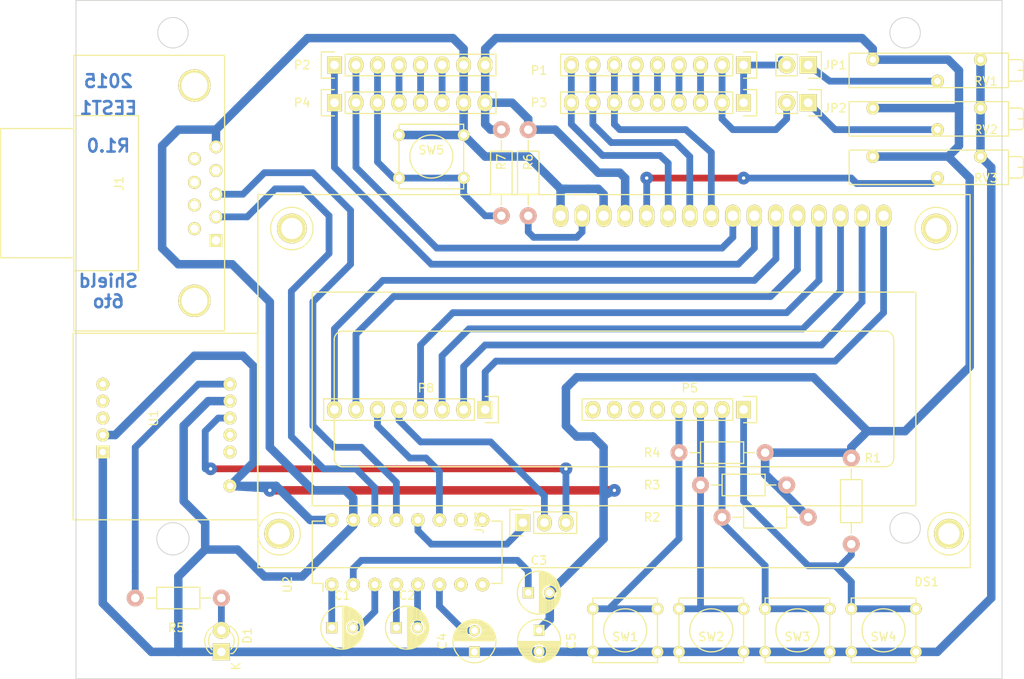
<source format=kicad_pcb>
(kicad_pcb (version 4) (host pcbnew "(2015-12-15 BZR 6377)-product")

  (general
    (links 100)
    (no_connects 0)
    (area 58.369999 53.289999 167.690001 133.400001)
    (thickness 1.6)
    (drawings 19)
    (tracks 349)
    (zones 0)
    (modules 34)
    (nets 65)
  )

  (page A4)
  (title_block
    (title "Placa adicional TPs 6to año EEST1")
    (date 2015-12-22)
    (rev R1.0)
    (company "Escuela de Educación Secundaria Técnica 1 VL")
  )

  (layers
    (0 F.Cu signal)
    (31 B.Cu signal hide)
    (32 B.Adhes user)
    (33 F.Adhes user)
    (34 B.Paste user)
    (35 F.Paste user)
    (36 B.SilkS user)
    (37 F.SilkS user)
    (38 B.Mask user)
    (39 F.Mask user)
    (40 Dwgs.User user hide)
    (41 Cmts.User user)
    (42 Eco1.User user)
    (43 Eco2.User user)
    (44 Edge.Cuts user)
    (45 Margin user)
    (46 B.CrtYd user)
    (47 F.CrtYd user)
    (48 B.Fab user)
    (49 F.Fab user)
  )

  (setup
    (last_trace_width 0.8)
    (trace_clearance 0.2)
    (zone_clearance 0.508)
    (zone_45_only no)
    (trace_min 0.2)
    (segment_width 0.2)
    (edge_width 0.1)
    (via_size 1.5)
    (via_drill 0.4)
    (via_min_size 0.4)
    (via_min_drill 0.3)
    (uvia_size 0.3)
    (uvia_drill 0.1)
    (uvias_allowed no)
    (uvia_min_size 0.2)
    (uvia_min_drill 0.1)
    (pcb_text_width 0.3)
    (pcb_text_size 1.5 1.5)
    (mod_edge_width 0.15)
    (mod_text_size 1 1)
    (mod_text_width 0.15)
    (pad_size 1.5 1.5)
    (pad_drill 0.6)
    (pad_to_mask_clearance 0)
    (aux_axis_origin 138.43 106.68)
    (grid_origin 58.42 133.35)
    (visible_elements FFFFFF7F)
    (pcbplotparams
      (layerselection 0x00030_ffffffff)
      (usegerberextensions false)
      (excludeedgelayer true)
      (linewidth 0.100000)
      (plotframeref false)
      (viasonmask false)
      (mode 1)
      (useauxorigin false)
      (hpglpennumber 1)
      (hpglpenspeed 20)
      (hpglpendiameter 15)
      (hpglpenoverlay 2)
      (psnegative false)
      (psa4output false)
      (plotreference true)
      (plotvalue true)
      (plotinvisibletext false)
      (padsonsilk false)
      (subtractmaskfromsilk false)
      (outputformat 1)
      (mirror false)
      (drillshape 1)
      (scaleselection 1)
      (outputdirectory ""))
  )

  (net 0 "")
  (net 1 "Net-(C1-Pad1)")
  (net 2 "Net-(C1-Pad2)")
  (net 3 "Net-(C2-Pad1)")
  (net 4 +5V)
  (net 5 GND)
  (net 6 "Net-(C4-Pad2)")
  (net 7 "Net-(DS1-Pad3)")
  (net 8 RS)
  (net 9 R/W)
  (net 10 En)
  (net 11 /RD0)
  (net 12 /RD1)
  (net 13 /RD2)
  (net 14 /RD3)
  (net 15 /RD4)
  (net 16 /RD5)
  (net 17 /RD6)
  (net 18 /RD7)
  (net 19 "Net-(DS1-Pad15)")
  (net 20 "Net-(J1-Pad1)")
  (net 21 "Net-(J1-Pad2)")
  (net 22 "Net-(J1-Pad3)")
  (net 23 "Net-(J1-Pad4)")
  (net 24 "Net-(J1-Pad6)")
  (net 25 "Net-(J1-Pad7)")
  (net 26 "Net-(J1-Pad8)")
  (net 27 "Net-(J1-Pad9)")
  (net 28 "Net-(JP1-Pad1)")
  (net 29 /RA0)
  (net 30 "Net-(JP2-Pad1)")
  (net 31 /RA1)
  (net 32 /RB7)
  (net 33 /RB6)
  (net 34 /RB5)
  (net 35 /RB4)
  (net 36 /RB3)
  (net 37 /RB2)
  (net 38 /RB1)
  (net 39 /RB0)
  (net 40 /RA2)
  (net 41 /RA3)
  (net 42 /RA4)
  (net 43 /RA5)
  (net 44 /RE3)
  (net 45 /RC2)
  (net 46 /RC1)
  (net 47 /RC0)
  (net 48 RX)
  (net 49 TX)
  (net 50 "Net-(U1-Pad3)")
  (net 51 "Net-(U1-Pad4)")
  (net 52 "Net-(U1-Pad5)")
  (net 53 "Net-(U1-Pad9)")
  (net 54 "Net-(U1-Pad10)")
  (net 55 "Net-(U2-Pad7)")
  (net 56 "Net-(U2-Pad8)")
  (net 57 "Net-(U2-Pad9)")
  (net 58 "Net-(U2-Pad10)")
  (net 59 "Net-(C2-Pad2)")
  (net 60 "Net-(C3-Pad1)")
  (net 61 "Net-(D1-Pad2)")
  (net 62 "Net-(R5-Pad2)")
  (net 63 PC)
  (net 64 Tarjeta)

  (net_class Default "This is the default net class."
    (clearance 0.2)
    (trace_width 0.8)
    (via_dia 1.5)
    (via_drill 0.4)
    (uvia_dia 0.3)
    (uvia_drill 0.1)
    (add_net /RA0)
    (add_net /RA1)
    (add_net /RA2)
    (add_net /RA3)
    (add_net /RA4)
    (add_net /RA5)
    (add_net /RB0)
    (add_net /RB1)
    (add_net /RB2)
    (add_net /RB3)
    (add_net /RB4)
    (add_net /RB5)
    (add_net /RB6)
    (add_net /RB7)
    (add_net /RC0)
    (add_net /RC1)
    (add_net /RC2)
    (add_net /RD0)
    (add_net /RD1)
    (add_net /RD2)
    (add_net /RD3)
    (add_net /RD4)
    (add_net /RD5)
    (add_net /RD6)
    (add_net /RD7)
    (add_net /RE3)
    (add_net En)
    (add_net "Net-(C1-Pad1)")
    (add_net "Net-(C1-Pad2)")
    (add_net "Net-(C2-Pad1)")
    (add_net "Net-(C2-Pad2)")
    (add_net "Net-(C3-Pad1)")
    (add_net "Net-(C4-Pad2)")
    (add_net "Net-(D1-Pad2)")
    (add_net "Net-(DS1-Pad15)")
    (add_net "Net-(DS1-Pad3)")
    (add_net "Net-(J1-Pad1)")
    (add_net "Net-(J1-Pad2)")
    (add_net "Net-(J1-Pad3)")
    (add_net "Net-(J1-Pad4)")
    (add_net "Net-(J1-Pad6)")
    (add_net "Net-(J1-Pad7)")
    (add_net "Net-(J1-Pad8)")
    (add_net "Net-(J1-Pad9)")
    (add_net "Net-(JP1-Pad1)")
    (add_net "Net-(JP2-Pad1)")
    (add_net "Net-(R5-Pad2)")
    (add_net "Net-(U1-Pad10)")
    (add_net "Net-(U1-Pad3)")
    (add_net "Net-(U1-Pad4)")
    (add_net "Net-(U1-Pad5)")
    (add_net "Net-(U1-Pad9)")
    (add_net "Net-(U2-Pad10)")
    (add_net "Net-(U2-Pad7)")
    (add_net "Net-(U2-Pad8)")
    (add_net "Net-(U2-Pad9)")
    (add_net PC)
    (add_net R/W)
    (add_net RS)
    (add_net RX)
    (add_net TX)
    (add_net Tarjeta)
  )

  (net_class Power ""
    (clearance 0.2)
    (trace_width 1)
    (via_dia 1.5)
    (via_drill 0.4)
    (uvia_dia 0.3)
    (uvia_drill 0.1)
    (add_net +5V)
    (add_net GND)
  )

  (module Display:RC1602A (layer F.Cu) (tedit 5679D779) (tstamp 5671E9BB)
    (at 120.65 78.74 180)
    (descr http://www.raystar-optronics.com/down.php?ProID=18)
    (tags "LCD 16x2 Alphanumeric 16pin")
    (path /56644880)
    (fp_text reference DS1 (at -38.1 -43.18 180) (layer F.SilkS)
      (effects (font (size 1 1) (thickness 0.15)))
    )
    (fp_text value LCD16X2 (at -40.005 -27.94 270) (layer F.Fab)
      (effects (font (size 1 1) (thickness 0.15)))
    )
    (fp_line (start -34.2265 -14.60246) (end -34.2265 -28.60294) (layer F.SilkS) (width 0.15))
    (fp_line (start 30.77464 -13.60424) (end -33.22574 -13.60424) (layer F.SilkS) (width 0.15))
    (fp_line (start 31.77286 -28.60294) (end 31.77286 -14.60246) (layer F.SilkS) (width 0.15))
    (fp_line (start -33.22574 -29.6037) (end 30.77464 -29.6037) (layer F.SilkS) (width 0.15))
    (fp_arc (start 30.77464 -28.60294) (end 30.77464 -29.6037) (angle 90) (layer F.SilkS) (width 0.15))
    (fp_arc (start 30.77464 -14.60246) (end 31.77286 -14.60246) (angle 90) (layer F.SilkS) (width 0.15))
    (fp_arc (start -33.22574 -14.60246) (end -33.22574 -13.60424) (angle 90) (layer F.SilkS) (width 0.15))
    (fp_arc (start -33.22574 -28.60294) (end -34.2265 -28.60294) (angle 90) (layer F.SilkS) (width 0.15))
    (fp_line (start -36.82492 -34.20364) (end 34.37382 -34.20364) (layer F.SilkS) (width 0.15))
    (fp_line (start 34.37382 -34.20364) (end 34.37382 -9.0043) (layer F.SilkS) (width 0.15))
    (fp_line (start 34.37382 -9.0043) (end -36.82492 -9.0043) (layer F.SilkS) (width 0.15))
    (fp_line (start -36.82492 -9.0043) (end -36.82492 -34.20364) (layer F.SilkS) (width 0.15))
    (fp_circle (center -40.72636 -37.5031) (end -38.22446 -37.5031) (layer F.SilkS) (width 0.15))
    (fp_circle (center 38.27526 -37.5031) (end 40.77462 -37.5031) (layer F.SilkS) (width 0.15))
    (fp_circle (center 36.77412 -1.50368) (end 39.27348 -1.50368) (layer F.SilkS) (width 0.15))
    (fp_circle (center -39.22522 -1.50368) (end -36.72586 -1.50368) (layer F.SilkS) (width 0.15))
    (fp_line (start 40.77462 -41.5036) (end 40.77462 2.49682) (layer F.SilkS) (width 0.15))
    (fp_line (start 40.77462 2.49682) (end -43.22572 2.49682) (layer F.SilkS) (width 0.15))
    (fp_line (start 40.77462 -41.5036) (end -43.22572 -41.5036) (layer F.SilkS) (width 0.15))
    (fp_line (start -43.22572 -41.5036) (end -43.22572 2.49682) (layer F.SilkS) (width 0.15))
    (pad 1 thru_hole oval (at 0 0 180) (size 1.8 2.6) (drill 1.2) (layers *.Cu *.Mask F.SilkS)
      (net 5 GND))
    (pad 2 thru_hole oval (at -2.54 0 180) (size 1.8 2.6) (drill 1.2) (layers *.Cu *.Mask F.SilkS)
      (net 4 +5V))
    (pad 3 thru_hole oval (at -5.08 0 180) (size 1.8 2.6) (drill 1.2) (layers *.Cu *.Mask F.SilkS)
      (net 7 "Net-(DS1-Pad3)"))
    (pad 4 thru_hole oval (at -7.62 0 180) (size 1.8 2.6) (drill 1.2) (layers *.Cu *.Mask F.SilkS)
      (net 8 RS))
    (pad 5 thru_hole oval (at -10.16 0 180) (size 1.8 2.6) (drill 1.2) (layers *.Cu *.Mask F.SilkS)
      (net 9 R/W))
    (pad 6 thru_hole oval (at -12.7 0 180) (size 1.8 2.6) (drill 1.2) (layers *.Cu *.Mask F.SilkS)
      (net 10 En))
    (pad 7 thru_hole oval (at -15.24 0 180) (size 1.8 2.6) (drill 1.2) (layers *.Cu *.Mask F.SilkS)
      (net 11 /RD0))
    (pad 8 thru_hole oval (at -17.78 0 180) (size 1.8 2.6) (drill 1.2) (layers *.Cu *.Mask F.SilkS)
      (net 12 /RD1))
    (pad 9 thru_hole oval (at -20.32 0 180) (size 1.8 2.6) (drill 1.2) (layers *.Cu *.Mask F.SilkS)
      (net 13 /RD2))
    (pad 10 thru_hole oval (at -22.86 0 180) (size 1.8 2.6) (drill 1.2) (layers *.Cu *.Mask F.SilkS)
      (net 14 /RD3))
    (pad 11 thru_hole oval (at -25.4 0 180) (size 1.8 2.6) (drill 1.2) (layers *.Cu *.Mask F.SilkS)
      (net 15 /RD4))
    (pad 12 thru_hole oval (at -27.94 0 180) (size 1.8 2.6) (drill 1.2) (layers *.Cu *.Mask F.SilkS)
      (net 16 /RD5))
    (pad 13 thru_hole oval (at -30.48508 -0.00254 180) (size 1.8 2.6) (drill 1.2) (layers *.Cu *.Mask F.SilkS)
      (net 17 /RD6))
    (pad 14 thru_hole oval (at -33.02 0 180) (size 1.8 2.6) (drill 1.2) (layers *.Cu *.Mask F.SilkS)
      (net 18 /RD7))
    (pad 15 thru_hole oval (at 2.54 0 180) (size 1.8 2.6) (drill 1.2) (layers *.Cu *.Mask F.SilkS)
      (net 19 "Net-(DS1-Pad15)"))
    (pad 16 thru_hole oval (at 5.08 0 180) (size 1.8 2.6) (drill 1.2) (layers *.Cu *.Mask F.SilkS)
      (net 5 GND))
    (pad 0 thru_hole circle (at -39.22522 -1.50368 180) (size 3.5 3.5) (drill 2.5) (layers *.Cu *.Mask F.SilkS))
    (pad 0 thru_hole circle (at -40.72636 -37.5031 180) (size 3.5 3.5) (drill 2.5) (layers *.Cu *.Mask F.SilkS))
    (pad 0 thru_hole circle (at 38.27526 -37.5031 180) (size 3.5 3.5) (drill 2.5) (layers *.Cu *.Mask F.SilkS))
    (pad 0 thru_hole circle (at 36.77412 -1.50368 180) (size 3.5 3.5) (drill 2.5) (layers *.Cu *.Mask F.SilkS))
    (model /home/esteban/kicad/Librerias/indicators/lcd_16x2_nmtc-s16205dfyhsay.wrl
      (at (xyz -0.035 0.6 0))
      (scale (xyz 1 1 1))
      (rotate (xyz 0 0 0))
    )
  )

  (module Connect:DB9FC (layer F.Cu) (tedit 0) (tstamp 5671E9D4)
    (at 73.66 76.2 90)
    (descr "Connecteur DB9 femelle couche")
    (tags "CONN DB9")
    (path /566448E1)
    (fp_text reference J1 (at 1.27 -10.16 90) (layer F.SilkS)
      (effects (font (size 1 1) (thickness 0.15)))
    )
    (fp_text value DB9 (at 1.27 -3.81 90) (layer F.Fab)
      (effects (font (size 1 1) (thickness 0.15)))
    )
    (fp_line (start -16.129 2.286) (end 16.383 2.286) (layer F.SilkS) (width 0.15))
    (fp_line (start 16.383 2.286) (end 16.383 -15.494) (layer F.SilkS) (width 0.15))
    (fp_line (start 16.383 -15.494) (end -16.129 -15.494) (layer F.SilkS) (width 0.15))
    (fp_line (start -16.129 -15.494) (end -16.129 2.286) (layer F.SilkS) (width 0.15))
    (fp_line (start -9.017 -15.494) (end -9.017 -7.874) (layer F.SilkS) (width 0.15))
    (fp_line (start -9.017 -7.874) (end 9.271 -7.874) (layer F.SilkS) (width 0.15))
    (fp_line (start 9.271 -7.874) (end 9.271 -15.494) (layer F.SilkS) (width 0.15))
    (fp_line (start -7.493 -15.494) (end -7.493 -24.13) (layer F.SilkS) (width 0.15))
    (fp_line (start -7.493 -24.13) (end 7.747 -24.13) (layer F.SilkS) (width 0.15))
    (fp_line (start 7.747 -24.13) (end 7.747 -15.494) (layer F.SilkS) (width 0.15))
    (pad "" thru_hole circle (at 12.827 -1.27 90) (size 3.81 3.81) (drill 3.048) (layers *.Cu *.Mask F.SilkS))
    (pad "" thru_hole circle (at -12.573 -1.27 90) (size 3.81 3.81) (drill 3.048) (layers *.Cu *.Mask F.SilkS))
    (pad 1 thru_hole rect (at -5.461 1.27 90) (size 1.524 1.524) (drill 1.016) (layers *.Cu *.Mask F.SilkS)
      (net 20 "Net-(J1-Pad1)"))
    (pad 2 thru_hole circle (at -2.667 1.27 90) (size 1.524 1.524) (drill 1.016) (layers *.Cu *.Mask F.SilkS)
      (net 21 "Net-(J1-Pad2)"))
    (pad 3 thru_hole circle (at 0 1.27 90) (size 1.524 1.524) (drill 1.016) (layers *.Cu *.Mask F.SilkS)
      (net 22 "Net-(J1-Pad3)"))
    (pad 4 thru_hole circle (at 2.794 1.27 90) (size 1.524 1.524) (drill 1.016) (layers *.Cu *.Mask F.SilkS)
      (net 23 "Net-(J1-Pad4)"))
    (pad 5 thru_hole circle (at 5.588 1.27 90) (size 1.524 1.524) (drill 1.016) (layers *.Cu *.Mask F.SilkS)
      (net 5 GND))
    (pad 6 thru_hole circle (at -4.064 -1.27 90) (size 1.524 1.524) (drill 1.016) (layers *.Cu *.Mask F.SilkS)
      (net 24 "Net-(J1-Pad6)"))
    (pad 7 thru_hole circle (at -1.27 -1.27 90) (size 1.524 1.524) (drill 1.016) (layers *.Cu *.Mask F.SilkS)
      (net 25 "Net-(J1-Pad7)"))
    (pad 8 thru_hole circle (at 1.397 -1.27 90) (size 1.524 1.524) (drill 1.016) (layers *.Cu *.Mask F.SilkS)
      (net 26 "Net-(J1-Pad8)"))
    (pad 9 thru_hole circle (at 4.191 -1.27 90) (size 1.524 1.524) (drill 1.016) (layers *.Cu *.Mask F.SilkS)
      (net 27 "Net-(J1-Pad9)"))
    (model Connect.3dshapes/DB9FC.wrl
      (at (xyz 0 0 0))
      (scale (xyz 1 1 1))
      (rotate (xyz 0 0 0))
    )
  )

  (module Capacitors_ThroughHole:C_Radial_D5_L6_P2.5 (layer F.Cu) (tedit 0) (tstamp 5671E8EF)
    (at 88.5825 127.3175)
    (descr "Radial Electrolytic Capacitor Diameter 5mm x Length 6mm, Pitch 2.5mm")
    (tags "Electrolytic Capacitor")
    (path /56644CF6)
    (fp_text reference C1 (at 1.25 -3.8) (layer F.SilkS)
      (effects (font (size 1 1) (thickness 0.15)))
    )
    (fp_text value 1uF (at 1.25 3.8) (layer F.Fab)
      (effects (font (size 1 1) (thickness 0.15)))
    )
    (fp_line (start 1.325 -2.499) (end 1.325 2.499) (layer F.SilkS) (width 0.15))
    (fp_line (start 1.465 -2.491) (end 1.465 2.491) (layer F.SilkS) (width 0.15))
    (fp_line (start 1.605 -2.475) (end 1.605 -0.095) (layer F.SilkS) (width 0.15))
    (fp_line (start 1.605 0.095) (end 1.605 2.475) (layer F.SilkS) (width 0.15))
    (fp_line (start 1.745 -2.451) (end 1.745 -0.49) (layer F.SilkS) (width 0.15))
    (fp_line (start 1.745 0.49) (end 1.745 2.451) (layer F.SilkS) (width 0.15))
    (fp_line (start 1.885 -2.418) (end 1.885 -0.657) (layer F.SilkS) (width 0.15))
    (fp_line (start 1.885 0.657) (end 1.885 2.418) (layer F.SilkS) (width 0.15))
    (fp_line (start 2.025 -2.377) (end 2.025 -0.764) (layer F.SilkS) (width 0.15))
    (fp_line (start 2.025 0.764) (end 2.025 2.377) (layer F.SilkS) (width 0.15))
    (fp_line (start 2.165 -2.327) (end 2.165 -0.835) (layer F.SilkS) (width 0.15))
    (fp_line (start 2.165 0.835) (end 2.165 2.327) (layer F.SilkS) (width 0.15))
    (fp_line (start 2.305 -2.266) (end 2.305 -0.879) (layer F.SilkS) (width 0.15))
    (fp_line (start 2.305 0.879) (end 2.305 2.266) (layer F.SilkS) (width 0.15))
    (fp_line (start 2.445 -2.196) (end 2.445 -0.898) (layer F.SilkS) (width 0.15))
    (fp_line (start 2.445 0.898) (end 2.445 2.196) (layer F.SilkS) (width 0.15))
    (fp_line (start 2.585 -2.114) (end 2.585 -0.896) (layer F.SilkS) (width 0.15))
    (fp_line (start 2.585 0.896) (end 2.585 2.114) (layer F.SilkS) (width 0.15))
    (fp_line (start 2.725 -2.019) (end 2.725 -0.871) (layer F.SilkS) (width 0.15))
    (fp_line (start 2.725 0.871) (end 2.725 2.019) (layer F.SilkS) (width 0.15))
    (fp_line (start 2.865 -1.908) (end 2.865 -0.823) (layer F.SilkS) (width 0.15))
    (fp_line (start 2.865 0.823) (end 2.865 1.908) (layer F.SilkS) (width 0.15))
    (fp_line (start 3.005 -1.78) (end 3.005 -0.745) (layer F.SilkS) (width 0.15))
    (fp_line (start 3.005 0.745) (end 3.005 1.78) (layer F.SilkS) (width 0.15))
    (fp_line (start 3.145 -1.631) (end 3.145 -0.628) (layer F.SilkS) (width 0.15))
    (fp_line (start 3.145 0.628) (end 3.145 1.631) (layer F.SilkS) (width 0.15))
    (fp_line (start 3.285 -1.452) (end 3.285 -0.44) (layer F.SilkS) (width 0.15))
    (fp_line (start 3.285 0.44) (end 3.285 1.452) (layer F.SilkS) (width 0.15))
    (fp_line (start 3.425 -1.233) (end 3.425 1.233) (layer F.SilkS) (width 0.15))
    (fp_line (start 3.565 -0.944) (end 3.565 0.944) (layer F.SilkS) (width 0.15))
    (fp_line (start 3.705 -0.472) (end 3.705 0.472) (layer F.SilkS) (width 0.15))
    (fp_circle (center 2.5 0) (end 2.5 -0.9) (layer F.SilkS) (width 0.15))
    (fp_circle (center 1.25 0) (end 1.25 -2.5375) (layer F.SilkS) (width 0.15))
    (fp_circle (center 1.25 0) (end 1.25 -2.8) (layer F.CrtYd) (width 0.05))
    (pad 1 thru_hole rect (at 0 0) (size 1.3 1.3) (drill 0.8) (layers *.Cu *.Mask F.SilkS)
      (net 1 "Net-(C1-Pad1)"))
    (pad 2 thru_hole circle (at 2.5 0) (size 1.3 1.3) (drill 0.8) (layers *.Cu *.Mask F.SilkS)
      (net 2 "Net-(C1-Pad2)"))
    (model Capacitors_ThroughHole.3dshapes/C_Radial_D5_L6_P2.5.wrl
      (at (xyz 0.0492126 0 0))
      (scale (xyz 1 1 1))
      (rotate (xyz 0 0 90))
    )
  )

  (module Capacitors_ThroughHole:C_Radial_D5_L6_P2.5 (layer F.Cu) (tedit 0) (tstamp 5671E917)
    (at 96.2025 127.3175)
    (descr "Radial Electrolytic Capacitor Diameter 5mm x Length 6mm, Pitch 2.5mm")
    (tags "Electrolytic Capacitor")
    (path /56644D07)
    (fp_text reference C2 (at 1.25 -3.8) (layer F.SilkS)
      (effects (font (size 1 1) (thickness 0.15)))
    )
    (fp_text value 1uF (at 1.25 3.8) (layer F.Fab)
      (effects (font (size 1 1) (thickness 0.15)))
    )
    (fp_line (start 1.325 -2.499) (end 1.325 2.499) (layer F.SilkS) (width 0.15))
    (fp_line (start 1.465 -2.491) (end 1.465 2.491) (layer F.SilkS) (width 0.15))
    (fp_line (start 1.605 -2.475) (end 1.605 -0.095) (layer F.SilkS) (width 0.15))
    (fp_line (start 1.605 0.095) (end 1.605 2.475) (layer F.SilkS) (width 0.15))
    (fp_line (start 1.745 -2.451) (end 1.745 -0.49) (layer F.SilkS) (width 0.15))
    (fp_line (start 1.745 0.49) (end 1.745 2.451) (layer F.SilkS) (width 0.15))
    (fp_line (start 1.885 -2.418) (end 1.885 -0.657) (layer F.SilkS) (width 0.15))
    (fp_line (start 1.885 0.657) (end 1.885 2.418) (layer F.SilkS) (width 0.15))
    (fp_line (start 2.025 -2.377) (end 2.025 -0.764) (layer F.SilkS) (width 0.15))
    (fp_line (start 2.025 0.764) (end 2.025 2.377) (layer F.SilkS) (width 0.15))
    (fp_line (start 2.165 -2.327) (end 2.165 -0.835) (layer F.SilkS) (width 0.15))
    (fp_line (start 2.165 0.835) (end 2.165 2.327) (layer F.SilkS) (width 0.15))
    (fp_line (start 2.305 -2.266) (end 2.305 -0.879) (layer F.SilkS) (width 0.15))
    (fp_line (start 2.305 0.879) (end 2.305 2.266) (layer F.SilkS) (width 0.15))
    (fp_line (start 2.445 -2.196) (end 2.445 -0.898) (layer F.SilkS) (width 0.15))
    (fp_line (start 2.445 0.898) (end 2.445 2.196) (layer F.SilkS) (width 0.15))
    (fp_line (start 2.585 -2.114) (end 2.585 -0.896) (layer F.SilkS) (width 0.15))
    (fp_line (start 2.585 0.896) (end 2.585 2.114) (layer F.SilkS) (width 0.15))
    (fp_line (start 2.725 -2.019) (end 2.725 -0.871) (layer F.SilkS) (width 0.15))
    (fp_line (start 2.725 0.871) (end 2.725 2.019) (layer F.SilkS) (width 0.15))
    (fp_line (start 2.865 -1.908) (end 2.865 -0.823) (layer F.SilkS) (width 0.15))
    (fp_line (start 2.865 0.823) (end 2.865 1.908) (layer F.SilkS) (width 0.15))
    (fp_line (start 3.005 -1.78) (end 3.005 -0.745) (layer F.SilkS) (width 0.15))
    (fp_line (start 3.005 0.745) (end 3.005 1.78) (layer F.SilkS) (width 0.15))
    (fp_line (start 3.145 -1.631) (end 3.145 -0.628) (layer F.SilkS) (width 0.15))
    (fp_line (start 3.145 0.628) (end 3.145 1.631) (layer F.SilkS) (width 0.15))
    (fp_line (start 3.285 -1.452) (end 3.285 -0.44) (layer F.SilkS) (width 0.15))
    (fp_line (start 3.285 0.44) (end 3.285 1.452) (layer F.SilkS) (width 0.15))
    (fp_line (start 3.425 -1.233) (end 3.425 1.233) (layer F.SilkS) (width 0.15))
    (fp_line (start 3.565 -0.944) (end 3.565 0.944) (layer F.SilkS) (width 0.15))
    (fp_line (start 3.705 -0.472) (end 3.705 0.472) (layer F.SilkS) (width 0.15))
    (fp_circle (center 2.5 0) (end 2.5 -0.9) (layer F.SilkS) (width 0.15))
    (fp_circle (center 1.25 0) (end 1.25 -2.5375) (layer F.SilkS) (width 0.15))
    (fp_circle (center 1.25 0) (end 1.25 -2.8) (layer F.CrtYd) (width 0.05))
    (pad 1 thru_hole rect (at 0 0) (size 1.3 1.3) (drill 0.8) (layers *.Cu *.Mask F.SilkS)
      (net 3 "Net-(C2-Pad1)"))
    (pad 2 thru_hole circle (at 2.5 0) (size 1.3 1.3) (drill 0.8) (layers *.Cu *.Mask F.SilkS)
      (net 59 "Net-(C2-Pad2)"))
    (model Capacitors_ThroughHole.3dshapes/C_Radial_D5_L6_P2.5.wrl
      (at (xyz 0.0492126 0 0))
      (scale (xyz 1 1 1))
      (rotate (xyz 0 0 90))
    )
  )

  (module Capacitors_ThroughHole:C_Radial_D5_L6_P2.5 (layer F.Cu) (tedit 5679D597) (tstamp 5671E93F)
    (at 111.76 123.19)
    (descr "Radial Electrolytic Capacitor Diameter 5mm x Length 6mm, Pitch 2.5mm")
    (tags "Electrolytic Capacitor")
    (path /56644D16)
    (fp_text reference C3 (at 1.25 -3.8) (layer F.SilkS)
      (effects (font (size 1 1) (thickness 0.15)))
    )
    (fp_text value 1uF (at 3.81 -3.81) (layer F.Fab)
      (effects (font (size 1 1) (thickness 0.15)))
    )
    (fp_line (start 1.325 -2.499) (end 1.325 2.499) (layer F.SilkS) (width 0.15))
    (fp_line (start 1.465 -2.491) (end 1.465 2.491) (layer F.SilkS) (width 0.15))
    (fp_line (start 1.605 -2.475) (end 1.605 -0.095) (layer F.SilkS) (width 0.15))
    (fp_line (start 1.605 0.095) (end 1.605 2.475) (layer F.SilkS) (width 0.15))
    (fp_line (start 1.745 -2.451) (end 1.745 -0.49) (layer F.SilkS) (width 0.15))
    (fp_line (start 1.745 0.49) (end 1.745 2.451) (layer F.SilkS) (width 0.15))
    (fp_line (start 1.885 -2.418) (end 1.885 -0.657) (layer F.SilkS) (width 0.15))
    (fp_line (start 1.885 0.657) (end 1.885 2.418) (layer F.SilkS) (width 0.15))
    (fp_line (start 2.025 -2.377) (end 2.025 -0.764) (layer F.SilkS) (width 0.15))
    (fp_line (start 2.025 0.764) (end 2.025 2.377) (layer F.SilkS) (width 0.15))
    (fp_line (start 2.165 -2.327) (end 2.165 -0.835) (layer F.SilkS) (width 0.15))
    (fp_line (start 2.165 0.835) (end 2.165 2.327) (layer F.SilkS) (width 0.15))
    (fp_line (start 2.305 -2.266) (end 2.305 -0.879) (layer F.SilkS) (width 0.15))
    (fp_line (start 2.305 0.879) (end 2.305 2.266) (layer F.SilkS) (width 0.15))
    (fp_line (start 2.445 -2.196) (end 2.445 -0.898) (layer F.SilkS) (width 0.15))
    (fp_line (start 2.445 0.898) (end 2.445 2.196) (layer F.SilkS) (width 0.15))
    (fp_line (start 2.585 -2.114) (end 2.585 -0.896) (layer F.SilkS) (width 0.15))
    (fp_line (start 2.585 0.896) (end 2.585 2.114) (layer F.SilkS) (width 0.15))
    (fp_line (start 2.725 -2.019) (end 2.725 -0.871) (layer F.SilkS) (width 0.15))
    (fp_line (start 2.725 0.871) (end 2.725 2.019) (layer F.SilkS) (width 0.15))
    (fp_line (start 2.865 -1.908) (end 2.865 -0.823) (layer F.SilkS) (width 0.15))
    (fp_line (start 2.865 0.823) (end 2.865 1.908) (layer F.SilkS) (width 0.15))
    (fp_line (start 3.005 -1.78) (end 3.005 -0.745) (layer F.SilkS) (width 0.15))
    (fp_line (start 3.005 0.745) (end 3.005 1.78) (layer F.SilkS) (width 0.15))
    (fp_line (start 3.145 -1.631) (end 3.145 -0.628) (layer F.SilkS) (width 0.15))
    (fp_line (start 3.145 0.628) (end 3.145 1.631) (layer F.SilkS) (width 0.15))
    (fp_line (start 3.285 -1.452) (end 3.285 -0.44) (layer F.SilkS) (width 0.15))
    (fp_line (start 3.285 0.44) (end 3.285 1.452) (layer F.SilkS) (width 0.15))
    (fp_line (start 3.425 -1.233) (end 3.425 1.233) (layer F.SilkS) (width 0.15))
    (fp_line (start 3.565 -0.944) (end 3.565 0.944) (layer F.SilkS) (width 0.15))
    (fp_line (start 3.705 -0.472) (end 3.705 0.472) (layer F.SilkS) (width 0.15))
    (fp_circle (center 2.5 0) (end 2.5 -0.9) (layer F.SilkS) (width 0.15))
    (fp_circle (center 1.25 0) (end 1.25 -2.5375) (layer F.SilkS) (width 0.15))
    (fp_circle (center 1.25 0) (end 1.25 -2.8) (layer F.CrtYd) (width 0.05))
    (pad 1 thru_hole rect (at 0 0) (size 1.3 1.3) (drill 0.8) (layers *.Cu *.Mask F.SilkS)
      (net 60 "Net-(C3-Pad1)"))
    (pad 2 thru_hole circle (at 2.5 0) (size 1.3 1.3) (drill 0.8) (layers *.Cu *.Mask F.SilkS)
      (net 4 +5V))
    (model Capacitors_ThroughHole.3dshapes/C_Radial_D5_L6_P2.5.wrl
      (at (xyz 0.0492126 0 0))
      (scale (xyz 1 1 1))
      (rotate (xyz 0 0 90))
    )
  )

  (module Capacitors_ThroughHole:C_Radial_D5_L6_P2.5 (layer F.Cu) (tedit 5679D58D) (tstamp 5671E967)
    (at 105.41 130.175 90)
    (descr "Radial Electrolytic Capacitor Diameter 5mm x Length 6mm, Pitch 2.5mm")
    (tags "Electrolytic Capacitor")
    (path /56644D25)
    (fp_text reference C4 (at 1.25 -3.8 90) (layer F.SilkS)
      (effects (font (size 1 1) (thickness 0.15)))
    )
    (fp_text value 1uF (at 5.08 0 180) (layer F.Fab)
      (effects (font (size 1 1) (thickness 0.15)))
    )
    (fp_line (start 1.325 -2.499) (end 1.325 2.499) (layer F.SilkS) (width 0.15))
    (fp_line (start 1.465 -2.491) (end 1.465 2.491) (layer F.SilkS) (width 0.15))
    (fp_line (start 1.605 -2.475) (end 1.605 -0.095) (layer F.SilkS) (width 0.15))
    (fp_line (start 1.605 0.095) (end 1.605 2.475) (layer F.SilkS) (width 0.15))
    (fp_line (start 1.745 -2.451) (end 1.745 -0.49) (layer F.SilkS) (width 0.15))
    (fp_line (start 1.745 0.49) (end 1.745 2.451) (layer F.SilkS) (width 0.15))
    (fp_line (start 1.885 -2.418) (end 1.885 -0.657) (layer F.SilkS) (width 0.15))
    (fp_line (start 1.885 0.657) (end 1.885 2.418) (layer F.SilkS) (width 0.15))
    (fp_line (start 2.025 -2.377) (end 2.025 -0.764) (layer F.SilkS) (width 0.15))
    (fp_line (start 2.025 0.764) (end 2.025 2.377) (layer F.SilkS) (width 0.15))
    (fp_line (start 2.165 -2.327) (end 2.165 -0.835) (layer F.SilkS) (width 0.15))
    (fp_line (start 2.165 0.835) (end 2.165 2.327) (layer F.SilkS) (width 0.15))
    (fp_line (start 2.305 -2.266) (end 2.305 -0.879) (layer F.SilkS) (width 0.15))
    (fp_line (start 2.305 0.879) (end 2.305 2.266) (layer F.SilkS) (width 0.15))
    (fp_line (start 2.445 -2.196) (end 2.445 -0.898) (layer F.SilkS) (width 0.15))
    (fp_line (start 2.445 0.898) (end 2.445 2.196) (layer F.SilkS) (width 0.15))
    (fp_line (start 2.585 -2.114) (end 2.585 -0.896) (layer F.SilkS) (width 0.15))
    (fp_line (start 2.585 0.896) (end 2.585 2.114) (layer F.SilkS) (width 0.15))
    (fp_line (start 2.725 -2.019) (end 2.725 -0.871) (layer F.SilkS) (width 0.15))
    (fp_line (start 2.725 0.871) (end 2.725 2.019) (layer F.SilkS) (width 0.15))
    (fp_line (start 2.865 -1.908) (end 2.865 -0.823) (layer F.SilkS) (width 0.15))
    (fp_line (start 2.865 0.823) (end 2.865 1.908) (layer F.SilkS) (width 0.15))
    (fp_line (start 3.005 -1.78) (end 3.005 -0.745) (layer F.SilkS) (width 0.15))
    (fp_line (start 3.005 0.745) (end 3.005 1.78) (layer F.SilkS) (width 0.15))
    (fp_line (start 3.145 -1.631) (end 3.145 -0.628) (layer F.SilkS) (width 0.15))
    (fp_line (start 3.145 0.628) (end 3.145 1.631) (layer F.SilkS) (width 0.15))
    (fp_line (start 3.285 -1.452) (end 3.285 -0.44) (layer F.SilkS) (width 0.15))
    (fp_line (start 3.285 0.44) (end 3.285 1.452) (layer F.SilkS) (width 0.15))
    (fp_line (start 3.425 -1.233) (end 3.425 1.233) (layer F.SilkS) (width 0.15))
    (fp_line (start 3.565 -0.944) (end 3.565 0.944) (layer F.SilkS) (width 0.15))
    (fp_line (start 3.705 -0.472) (end 3.705 0.472) (layer F.SilkS) (width 0.15))
    (fp_circle (center 2.5 0) (end 2.5 -0.9) (layer F.SilkS) (width 0.15))
    (fp_circle (center 1.25 0) (end 1.25 -2.5375) (layer F.SilkS) (width 0.15))
    (fp_circle (center 1.25 0) (end 1.25 -2.8) (layer F.CrtYd) (width 0.05))
    (pad 1 thru_hole rect (at 0 0 90) (size 1.3 1.3) (drill 0.8) (layers *.Cu *.Mask F.SilkS)
      (net 5 GND))
    (pad 2 thru_hole circle (at 2.5 0 90) (size 1.3 1.3) (drill 0.8) (layers *.Cu *.Mask F.SilkS)
      (net 6 "Net-(C4-Pad2)"))
    (model Capacitors_ThroughHole.3dshapes/C_Radial_D5_L6_P2.5.wrl
      (at (xyz 0.0492126 0 0))
      (scale (xyz 1 1 1))
      (rotate (xyz 0 0 90))
    )
  )

  (module Capacitors_ThroughHole:C_Radial_D5_L6_P2.5 (layer F.Cu) (tedit 0) (tstamp 5671E98F)
    (at 113.03 127.635 270)
    (descr "Radial Electrolytic Capacitor Diameter 5mm x Length 6mm, Pitch 2.5mm")
    (tags "Electrolytic Capacitor")
    (path /56644D34)
    (fp_text reference C5 (at 1.25 -3.8 270) (layer F.SilkS)
      (effects (font (size 1 1) (thickness 0.15)))
    )
    (fp_text value 10uF (at 1.25 3.8 270) (layer F.Fab)
      (effects (font (size 1 1) (thickness 0.15)))
    )
    (fp_line (start 1.325 -2.499) (end 1.325 2.499) (layer F.SilkS) (width 0.15))
    (fp_line (start 1.465 -2.491) (end 1.465 2.491) (layer F.SilkS) (width 0.15))
    (fp_line (start 1.605 -2.475) (end 1.605 -0.095) (layer F.SilkS) (width 0.15))
    (fp_line (start 1.605 0.095) (end 1.605 2.475) (layer F.SilkS) (width 0.15))
    (fp_line (start 1.745 -2.451) (end 1.745 -0.49) (layer F.SilkS) (width 0.15))
    (fp_line (start 1.745 0.49) (end 1.745 2.451) (layer F.SilkS) (width 0.15))
    (fp_line (start 1.885 -2.418) (end 1.885 -0.657) (layer F.SilkS) (width 0.15))
    (fp_line (start 1.885 0.657) (end 1.885 2.418) (layer F.SilkS) (width 0.15))
    (fp_line (start 2.025 -2.377) (end 2.025 -0.764) (layer F.SilkS) (width 0.15))
    (fp_line (start 2.025 0.764) (end 2.025 2.377) (layer F.SilkS) (width 0.15))
    (fp_line (start 2.165 -2.327) (end 2.165 -0.835) (layer F.SilkS) (width 0.15))
    (fp_line (start 2.165 0.835) (end 2.165 2.327) (layer F.SilkS) (width 0.15))
    (fp_line (start 2.305 -2.266) (end 2.305 -0.879) (layer F.SilkS) (width 0.15))
    (fp_line (start 2.305 0.879) (end 2.305 2.266) (layer F.SilkS) (width 0.15))
    (fp_line (start 2.445 -2.196) (end 2.445 -0.898) (layer F.SilkS) (width 0.15))
    (fp_line (start 2.445 0.898) (end 2.445 2.196) (layer F.SilkS) (width 0.15))
    (fp_line (start 2.585 -2.114) (end 2.585 -0.896) (layer F.SilkS) (width 0.15))
    (fp_line (start 2.585 0.896) (end 2.585 2.114) (layer F.SilkS) (width 0.15))
    (fp_line (start 2.725 -2.019) (end 2.725 -0.871) (layer F.SilkS) (width 0.15))
    (fp_line (start 2.725 0.871) (end 2.725 2.019) (layer F.SilkS) (width 0.15))
    (fp_line (start 2.865 -1.908) (end 2.865 -0.823) (layer F.SilkS) (width 0.15))
    (fp_line (start 2.865 0.823) (end 2.865 1.908) (layer F.SilkS) (width 0.15))
    (fp_line (start 3.005 -1.78) (end 3.005 -0.745) (layer F.SilkS) (width 0.15))
    (fp_line (start 3.005 0.745) (end 3.005 1.78) (layer F.SilkS) (width 0.15))
    (fp_line (start 3.145 -1.631) (end 3.145 -0.628) (layer F.SilkS) (width 0.15))
    (fp_line (start 3.145 0.628) (end 3.145 1.631) (layer F.SilkS) (width 0.15))
    (fp_line (start 3.285 -1.452) (end 3.285 -0.44) (layer F.SilkS) (width 0.15))
    (fp_line (start 3.285 0.44) (end 3.285 1.452) (layer F.SilkS) (width 0.15))
    (fp_line (start 3.425 -1.233) (end 3.425 1.233) (layer F.SilkS) (width 0.15))
    (fp_line (start 3.565 -0.944) (end 3.565 0.944) (layer F.SilkS) (width 0.15))
    (fp_line (start 3.705 -0.472) (end 3.705 0.472) (layer F.SilkS) (width 0.15))
    (fp_circle (center 2.5 0) (end 2.5 -0.9) (layer F.SilkS) (width 0.15))
    (fp_circle (center 1.25 0) (end 1.25 -2.5375) (layer F.SilkS) (width 0.15))
    (fp_circle (center 1.25 0) (end 1.25 -2.8) (layer F.CrtYd) (width 0.05))
    (pad 1 thru_hole rect (at 0 0 270) (size 1.3 1.3) (drill 0.8) (layers *.Cu *.Mask F.SilkS)
      (net 4 +5V))
    (pad 2 thru_hole circle (at 2.5 0 270) (size 1.3 1.3) (drill 0.8) (layers *.Cu *.Mask F.SilkS)
      (net 5 GND))
    (model Capacitors_ThroughHole.3dshapes/C_Radial_D5_L6_P2.5.wrl
      (at (xyz 0.0492126 0 0))
      (scale (xyz 1 1 1))
      (rotate (xyz 0 0 90))
    )
  )

  (module Pin_Headers:Pin_Header_Straight_1x02 (layer F.Cu) (tedit 5679D61A) (tstamp 5671E9E5)
    (at 144.78 60.96 270)
    (descr "Through hole pin header")
    (tags "pin header")
    (path /5664570D)
    (fp_text reference JP1 (at 0 -3.175 360) (layer F.SilkS)
      (effects (font (size 1 1) (thickness 0.15)))
    )
    (fp_text value JUMPER (at -3.175 1.27 360) (layer F.Fab)
      (effects (font (size 1 1) (thickness 0.15)))
    )
    (fp_line (start 1.27 1.27) (end 1.27 3.81) (layer F.SilkS) (width 0.15))
    (fp_line (start 1.55 -1.55) (end 1.55 0) (layer F.SilkS) (width 0.15))
    (fp_line (start -1.75 -1.75) (end -1.75 4.3) (layer F.CrtYd) (width 0.05))
    (fp_line (start 1.75 -1.75) (end 1.75 4.3) (layer F.CrtYd) (width 0.05))
    (fp_line (start -1.75 -1.75) (end 1.75 -1.75) (layer F.CrtYd) (width 0.05))
    (fp_line (start -1.75 4.3) (end 1.75 4.3) (layer F.CrtYd) (width 0.05))
    (fp_line (start 1.27 1.27) (end -1.27 1.27) (layer F.SilkS) (width 0.15))
    (fp_line (start -1.55 0) (end -1.55 -1.55) (layer F.SilkS) (width 0.15))
    (fp_line (start -1.55 -1.55) (end 1.55 -1.55) (layer F.SilkS) (width 0.15))
    (fp_line (start -1.27 1.27) (end -1.27 3.81) (layer F.SilkS) (width 0.15))
    (fp_line (start -1.27 3.81) (end 1.27 3.81) (layer F.SilkS) (width 0.15))
    (pad 1 thru_hole rect (at 0 0 270) (size 2.032 2.032) (drill 1.016) (layers *.Cu *.Mask F.SilkS)
      (net 28 "Net-(JP1-Pad1)"))
    (pad 2 thru_hole oval (at 0 2.54 270) (size 2.032 2.032) (drill 1.016) (layers *.Cu *.Mask F.SilkS)
      (net 29 /RA0))
    (model Pin_Headers.3dshapes/Pin_Header_Straight_1x02.wrl
      (at (xyz 0 -0.05 0))
      (scale (xyz 1 1 1))
      (rotate (xyz 0 0 90))
    )
  )

  (module Pin_Headers:Pin_Header_Straight_1x02 (layer F.Cu) (tedit 5679D630) (tstamp 5671E9F6)
    (at 144.78 65.405 270)
    (descr "Through hole pin header")
    (tags "pin header")
    (path /56645757)
    (fp_text reference JP2 (at 0.635 -3.175 360) (layer F.SilkS)
      (effects (font (size 1 1) (thickness 0.15)))
    )
    (fp_text value JUMPER (at 3.175 1.905 360) (layer F.Fab)
      (effects (font (size 1 1) (thickness 0.15)))
    )
    (fp_line (start 1.27 1.27) (end 1.27 3.81) (layer F.SilkS) (width 0.15))
    (fp_line (start 1.55 -1.55) (end 1.55 0) (layer F.SilkS) (width 0.15))
    (fp_line (start -1.75 -1.75) (end -1.75 4.3) (layer F.CrtYd) (width 0.05))
    (fp_line (start 1.75 -1.75) (end 1.75 4.3) (layer F.CrtYd) (width 0.05))
    (fp_line (start -1.75 -1.75) (end 1.75 -1.75) (layer F.CrtYd) (width 0.05))
    (fp_line (start -1.75 4.3) (end 1.75 4.3) (layer F.CrtYd) (width 0.05))
    (fp_line (start 1.27 1.27) (end -1.27 1.27) (layer F.SilkS) (width 0.15))
    (fp_line (start -1.55 0) (end -1.55 -1.55) (layer F.SilkS) (width 0.15))
    (fp_line (start -1.55 -1.55) (end 1.55 -1.55) (layer F.SilkS) (width 0.15))
    (fp_line (start -1.27 1.27) (end -1.27 3.81) (layer F.SilkS) (width 0.15))
    (fp_line (start -1.27 3.81) (end 1.27 3.81) (layer F.SilkS) (width 0.15))
    (pad 1 thru_hole rect (at 0 0 270) (size 2.032 2.032) (drill 1.016) (layers *.Cu *.Mask F.SilkS)
      (net 30 "Net-(JP2-Pad1)"))
    (pad 2 thru_hole oval (at 0 2.54 270) (size 2.032 2.032) (drill 1.016) (layers *.Cu *.Mask F.SilkS)
      (net 31 /RA1))
    (model Pin_Headers.3dshapes/Pin_Header_Straight_1x02.wrl
      (at (xyz 0 -0.05 0))
      (scale (xyz 1 1 1))
      (rotate (xyz 0 0 90))
    )
  )

  (module Socket_Strips:Socket_Strip_Straight_1x09 (layer F.Cu) (tedit 5679D602) (tstamp 5671EA3C)
    (at 137.16 65.405 180)
    (descr "Through hole socket strip")
    (tags "socket strip")
    (path /56647247)
    (fp_text reference P3 (at 24.13 0 180) (layer F.SilkS)
      (effects (font (size 1 1) (thickness 0.15)))
    )
    (fp_text value CONN_9 (at 25.4 1.905 180) (layer F.Fab)
      (effects (font (size 1 1) (thickness 0.15)))
    )
    (fp_line (start -1.75 -1.75) (end -1.75 1.75) (layer F.CrtYd) (width 0.05))
    (fp_line (start 22.1 -1.75) (end 22.1 1.75) (layer F.CrtYd) (width 0.05))
    (fp_line (start -1.75 -1.75) (end 22.1 -1.75) (layer F.CrtYd) (width 0.05))
    (fp_line (start -1.75 1.75) (end 22.1 1.75) (layer F.CrtYd) (width 0.05))
    (fp_line (start 1.27 1.27) (end 21.59 1.27) (layer F.SilkS) (width 0.15))
    (fp_line (start 21.59 1.27) (end 21.59 -1.27) (layer F.SilkS) (width 0.15))
    (fp_line (start 21.59 -1.27) (end 1.27 -1.27) (layer F.SilkS) (width 0.15))
    (fp_line (start -1.55 1.55) (end 0 1.55) (layer F.SilkS) (width 0.15))
    (fp_line (start 1.27 1.27) (end 1.27 -1.27) (layer F.SilkS) (width 0.15))
    (fp_line (start 0 -1.55) (end -1.55 -1.55) (layer F.SilkS) (width 0.15))
    (fp_line (start -1.55 -1.55) (end -1.55 1.55) (layer F.SilkS) (width 0.15))
    (pad 1 thru_hole rect (at 0 0 180) (size 1.7272 2.032) (drill 1.016) (layers *.Cu *.Mask F.SilkS)
      (net 29 /RA0))
    (pad 2 thru_hole oval (at 2.54 0 180) (size 1.7272 2.032) (drill 1.016) (layers *.Cu *.Mask F.SilkS)
      (net 31 /RA1))
    (pad 3 thru_hole oval (at 5.08 0 180) (size 1.7272 2.032) (drill 1.016) (layers *.Cu *.Mask F.SilkS)
      (net 40 /RA2))
    (pad 4 thru_hole oval (at 7.62 0 180) (size 1.7272 2.032) (drill 1.016) (layers *.Cu *.Mask F.SilkS)
      (net 41 /RA3))
    (pad 5 thru_hole oval (at 10.16 0 180) (size 1.7272 2.032) (drill 1.016) (layers *.Cu *.Mask F.SilkS)
      (net 42 /RA4))
    (pad 6 thru_hole oval (at 12.7 0 180) (size 1.7272 2.032) (drill 1.016) (layers *.Cu *.Mask F.SilkS)
      (net 43 /RA5))
    (pad 7 thru_hole oval (at 15.24 0 180) (size 1.7272 2.032) (drill 1.016) (layers *.Cu *.Mask F.SilkS)
      (net 10 En))
    (pad 8 thru_hole oval (at 17.78 0 180) (size 1.7272 2.032) (drill 1.016) (layers *.Cu *.Mask F.SilkS)
      (net 9 R/W))
    (pad 9 thru_hole oval (at 20.32 0 180) (size 1.7272 2.032) (drill 1.016) (layers *.Cu *.Mask F.SilkS)
      (net 8 RS))
    (model Socket_Strips.3dshapes/Socket_Strip_Straight_1x09.wrl
      (at (xyz 0.4 0 0))
      (scale (xyz 1 1 1))
      (rotate (xyz 0 0 180))
    )
  )

  (module Socket_Strips:Socket_Strip_Straight_1x08 (layer F.Cu) (tedit 5679D74D) (tstamp 5671EA6B)
    (at 137.16 101.6 180)
    (descr "Through hole socket strip")
    (tags "socket strip")
    (path /56645AF8)
    (fp_text reference P5 (at 6.35 2.54 180) (layer F.SilkS)
      (effects (font (size 1 1) (thickness 0.15)))
    )
    (fp_text value CONN_8 (at 0.635 2.54 180) (layer F.Fab)
      (effects (font (size 1 1) (thickness 0.15)))
    )
    (fp_line (start -1.75 -1.75) (end -1.75 1.75) (layer F.CrtYd) (width 0.05))
    (fp_line (start 19.55 -1.75) (end 19.55 1.75) (layer F.CrtYd) (width 0.05))
    (fp_line (start -1.75 -1.75) (end 19.55 -1.75) (layer F.CrtYd) (width 0.05))
    (fp_line (start -1.75 1.75) (end 19.55 1.75) (layer F.CrtYd) (width 0.05))
    (fp_line (start 1.27 1.27) (end 19.05 1.27) (layer F.SilkS) (width 0.15))
    (fp_line (start 19.05 1.27) (end 19.05 -1.27) (layer F.SilkS) (width 0.15))
    (fp_line (start 19.05 -1.27) (end 1.27 -1.27) (layer F.SilkS) (width 0.15))
    (fp_line (start -1.55 1.55) (end 0 1.55) (layer F.SilkS) (width 0.15))
    (fp_line (start 1.27 1.27) (end 1.27 -1.27) (layer F.SilkS) (width 0.15))
    (fp_line (start 0 -1.55) (end -1.55 -1.55) (layer F.SilkS) (width 0.15))
    (fp_line (start -1.55 -1.55) (end -1.55 1.55) (layer F.SilkS) (width 0.15))
    (pad 1 thru_hole rect (at 0 0 180) (size 1.7272 2.032) (drill 1.016) (layers *.Cu *.Mask F.SilkS)
      (net 32 /RB7))
    (pad 2 thru_hole oval (at 2.54 0 180) (size 1.7272 2.032) (drill 1.016) (layers *.Cu *.Mask F.SilkS)
      (net 33 /RB6))
    (pad 3 thru_hole oval (at 5.08 0 180) (size 1.7272 2.032) (drill 1.016) (layers *.Cu *.Mask F.SilkS)
      (net 34 /RB5))
    (pad 4 thru_hole oval (at 7.62 0 180) (size 1.7272 2.032) (drill 1.016) (layers *.Cu *.Mask F.SilkS)
      (net 35 /RB4))
    (pad 5 thru_hole oval (at 10.16 0 180) (size 1.7272 2.032) (drill 1.016) (layers *.Cu *.Mask F.SilkS)
      (net 36 /RB3))
    (pad 6 thru_hole oval (at 12.7 0 180) (size 1.7272 2.032) (drill 1.016) (layers *.Cu *.Mask F.SilkS)
      (net 37 /RB2))
    (pad 7 thru_hole oval (at 15.24 0 180) (size 1.7272 2.032) (drill 1.016) (layers *.Cu *.Mask F.SilkS)
      (net 38 /RB1))
    (pad 8 thru_hole oval (at 17.78 0 180) (size 1.7272 2.032) (drill 1.016) (layers *.Cu *.Mask F.SilkS)
      (net 39 /RB0))
    (model Socket_Strips.3dshapes/Socket_Strip_Straight_1x08.wrl
      (at (xyz 0.35 0 0))
      (scale (xyz 1 1 1))
      (rotate (xyz 0 0 180))
    )
  )

  (module Socket_Strips:Socket_Strip_Straight_1x08 (layer F.Cu) (tedit 5679D763) (tstamp 5671EAB0)
    (at 106.68 101.6 180)
    (descr "Through hole socket strip")
    (tags "socket strip")
    (path /56648383)
    (fp_text reference P8 (at 6.985 2.54 180) (layer F.SilkS)
      (effects (font (size 1 1) (thickness 0.15)))
    )
    (fp_text value CONN_8 (at 1.27 2.54 180) (layer F.Fab)
      (effects (font (size 1 1) (thickness 0.15)))
    )
    (fp_line (start -1.75 -1.75) (end -1.75 1.75) (layer F.CrtYd) (width 0.05))
    (fp_line (start 19.55 -1.75) (end 19.55 1.75) (layer F.CrtYd) (width 0.05))
    (fp_line (start -1.75 -1.75) (end 19.55 -1.75) (layer F.CrtYd) (width 0.05))
    (fp_line (start -1.75 1.75) (end 19.55 1.75) (layer F.CrtYd) (width 0.05))
    (fp_line (start 1.27 1.27) (end 19.05 1.27) (layer F.SilkS) (width 0.15))
    (fp_line (start 19.05 1.27) (end 19.05 -1.27) (layer F.SilkS) (width 0.15))
    (fp_line (start 19.05 -1.27) (end 1.27 -1.27) (layer F.SilkS) (width 0.15))
    (fp_line (start -1.55 1.55) (end 0 1.55) (layer F.SilkS) (width 0.15))
    (fp_line (start 1.27 1.27) (end 1.27 -1.27) (layer F.SilkS) (width 0.15))
    (fp_line (start 0 -1.55) (end -1.55 -1.55) (layer F.SilkS) (width 0.15))
    (fp_line (start -1.55 -1.55) (end -1.55 1.55) (layer F.SilkS) (width 0.15))
    (pad 1 thru_hole rect (at 0 0 180) (size 1.7272 2.032) (drill 1.016) (layers *.Cu *.Mask F.SilkS)
      (net 18 /RD7))
    (pad 2 thru_hole oval (at 2.54 0 180) (size 1.7272 2.032) (drill 1.016) (layers *.Cu *.Mask F.SilkS)
      (net 17 /RD6))
    (pad 3 thru_hole oval (at 5.08 0 180) (size 1.7272 2.032) (drill 1.016) (layers *.Cu *.Mask F.SilkS)
      (net 16 /RD5))
    (pad 4 thru_hole oval (at 7.62 0 180) (size 1.7272 2.032) (drill 1.016) (layers *.Cu *.Mask F.SilkS)
      (net 15 /RD4))
    (pad 5 thru_hole oval (at 10.16 0 180) (size 1.7272 2.032) (drill 1.016) (layers *.Cu *.Mask F.SilkS)
      (net 48 RX))
    (pad 6 thru_hole oval (at 12.7 0 180) (size 1.7272 2.032) (drill 1.016) (layers *.Cu *.Mask F.SilkS)
      (net 49 TX))
    (pad 7 thru_hole oval (at 15.24 0 180) (size 1.7272 2.032) (drill 1.016) (layers *.Cu *.Mask F.SilkS)
      (net 14 /RD3))
    (pad 8 thru_hole oval (at 17.78 0 180) (size 1.7272 2.032) (drill 1.016) (layers *.Cu *.Mask F.SilkS)
      (net 13 /RD2))
    (model Socket_Strips.3dshapes/Socket_Strip_Straight_1x08.wrl
      (at (xyz 0.35 0 0))
      (scale (xyz 1 1 1))
      (rotate (xyz 0 0 180))
    )
  )

  (module Potentiometers:Potentiometer_Bourns_3005_Angular_ScrewFront (layer F.Cu) (tedit 5679D67F) (tstamp 5671EAC2)
    (at 152.4 60.325 180)
    (descr "3/4, Rectangular, Trimpot, Trimming, Potentiometer, Bourns, 3005")
    (tags "3/4, Rectangular, Trimpot, Trimming, Potentiometer, 3005")
    (path /5664508A)
    (fp_text reference RV1 (at -13.335 -2.54 180) (layer F.SilkS)
      (effects (font (size 1 1) (thickness 0.15)))
    )
    (fp_text value 10K (at -3.81 0 180) (layer F.Fab)
      (effects (font (size 1 1) (thickness 0.15)))
    )
    (fp_line (start -17.526 -2.54) (end -17.78 -2.286) (layer F.SilkS) (width 0.15))
    (fp_line (start -17.78 -2.286) (end -17.78 -1.27) (layer F.SilkS) (width 0.15))
    (fp_line (start -17.78 -1.27) (end -17.78 -0.254) (layer F.SilkS) (width 0.15))
    (fp_line (start -17.78 -0.254) (end -17.526 0) (layer F.SilkS) (width 0.15))
    (fp_line (start -16.129 -2.54) (end -17.399 -2.54) (layer F.SilkS) (width 0.15))
    (fp_line (start -16.129 0) (end -17.399 0) (layer F.SilkS) (width 0.15))
    (fp_line (start -17.653 -1.27) (end -17.145 -1.27) (layer F.SilkS) (width 0.15))
    (fp_line (start -16.002 0.762) (end -16.002 -3.302) (layer F.SilkS) (width 0.15))
    (fp_line (start 2.794 0.762) (end 2.794 -3.302) (layer F.SilkS) (width 0.15))
    (fp_line (start -16.002 0.762) (end 2.794 0.762) (layer F.SilkS) (width 0.15))
    (fp_line (start 2.794 -3.302) (end -16.002 -3.302) (layer F.SilkS) (width 0.15))
    (pad 3 thru_hole circle (at -12.7 0 180) (size 1.524 1.524) (drill 0.762) (layers *.Cu *.Mask F.SilkS)
      (net 5 GND))
    (pad 2 thru_hole circle (at -7.62 -2.54 180) (size 1.524 1.524) (drill 0.762) (layers *.Cu *.Mask F.SilkS)
      (net 28 "Net-(JP1-Pad1)"))
    (pad 1 thru_hole circle (at 0 0 180) (size 1.524 1.524) (drill 0.762) (layers *.Cu *.Mask F.SilkS)
      (net 4 +5V))
    (model Potentiometers.3dshapes/Potentiometer_Bourns_3005_Angular_ScrewFront.wrl
      (at (xyz 0 0 0))
      (scale (xyz 1 1 1))
      (rotate (xyz 0 0 0))
    )
  )

  (module Potentiometers:Potentiometer_Bourns_3005_Angular_ScrewFront (layer F.Cu) (tedit 5679D67B) (tstamp 5671EAD4)
    (at 152.4 66.04 180)
    (descr "3/4, Rectangular, Trimpot, Trimming, Potentiometer, Bourns, 3005")
    (tags "3/4, Rectangular, Trimpot, Trimming, Potentiometer, 3005")
    (path /56645751)
    (fp_text reference RV2 (at -13.335 -2.54 180) (layer F.SilkS)
      (effects (font (size 1 1) (thickness 0.15)))
    )
    (fp_text value 10K (at -3.81 0 180) (layer F.Fab)
      (effects (font (size 1 1) (thickness 0.15)))
    )
    (fp_line (start -17.526 -2.54) (end -17.78 -2.286) (layer F.SilkS) (width 0.15))
    (fp_line (start -17.78 -2.286) (end -17.78 -1.27) (layer F.SilkS) (width 0.15))
    (fp_line (start -17.78 -1.27) (end -17.78 -0.254) (layer F.SilkS) (width 0.15))
    (fp_line (start -17.78 -0.254) (end -17.526 0) (layer F.SilkS) (width 0.15))
    (fp_line (start -16.129 -2.54) (end -17.399 -2.54) (layer F.SilkS) (width 0.15))
    (fp_line (start -16.129 0) (end -17.399 0) (layer F.SilkS) (width 0.15))
    (fp_line (start -17.653 -1.27) (end -17.145 -1.27) (layer F.SilkS) (width 0.15))
    (fp_line (start -16.002 0.762) (end -16.002 -3.302) (layer F.SilkS) (width 0.15))
    (fp_line (start 2.794 0.762) (end 2.794 -3.302) (layer F.SilkS) (width 0.15))
    (fp_line (start -16.002 0.762) (end 2.794 0.762) (layer F.SilkS) (width 0.15))
    (fp_line (start 2.794 -3.302) (end -16.002 -3.302) (layer F.SilkS) (width 0.15))
    (pad 3 thru_hole circle (at -12.7 0 180) (size 1.524 1.524) (drill 0.762) (layers *.Cu *.Mask F.SilkS)
      (net 5 GND))
    (pad 2 thru_hole circle (at -7.62 -2.54 180) (size 1.524 1.524) (drill 0.762) (layers *.Cu *.Mask F.SilkS)
      (net 30 "Net-(JP2-Pad1)"))
    (pad 1 thru_hole circle (at 0 0 180) (size 1.524 1.524) (drill 0.762) (layers *.Cu *.Mask F.SilkS)
      (net 4 +5V))
    (model Potentiometers.3dshapes/Potentiometer_Bourns_3005_Angular_ScrewFront.wrl
      (at (xyz 0 0 0))
      (scale (xyz 1 1 1))
      (rotate (xyz 0 0 0))
    )
  )

  (module Potentiometers:Potentiometer_Bourns_3005_Angular_ScrewFront (layer F.Cu) (tedit 5679D675) (tstamp 5671EAE6)
    (at 152.4 71.755 180)
    (descr "3/4, Rectangular, Trimpot, Trimming, Potentiometer, Bourns, 3005")
    (tags "3/4, Rectangular, Trimpot, Trimming, Potentiometer, 3005")
    (path /5664516B)
    (fp_text reference RV3 (at -13.335 -2.54 180) (layer F.SilkS)
      (effects (font (size 1 1) (thickness 0.15)))
    )
    (fp_text value 10K (at -3.81 0 180) (layer F.Fab)
      (effects (font (size 1 1) (thickness 0.15)))
    )
    (fp_line (start -17.526 -2.54) (end -17.78 -2.286) (layer F.SilkS) (width 0.15))
    (fp_line (start -17.78 -2.286) (end -17.78 -1.27) (layer F.SilkS) (width 0.15))
    (fp_line (start -17.78 -1.27) (end -17.78 -0.254) (layer F.SilkS) (width 0.15))
    (fp_line (start -17.78 -0.254) (end -17.526 0) (layer F.SilkS) (width 0.15))
    (fp_line (start -16.129 -2.54) (end -17.399 -2.54) (layer F.SilkS) (width 0.15))
    (fp_line (start -16.129 0) (end -17.399 0) (layer F.SilkS) (width 0.15))
    (fp_line (start -17.653 -1.27) (end -17.145 -1.27) (layer F.SilkS) (width 0.15))
    (fp_line (start -16.002 0.762) (end -16.002 -3.302) (layer F.SilkS) (width 0.15))
    (fp_line (start 2.794 0.762) (end 2.794 -3.302) (layer F.SilkS) (width 0.15))
    (fp_line (start -16.002 0.762) (end 2.794 0.762) (layer F.SilkS) (width 0.15))
    (fp_line (start 2.794 -3.302) (end -16.002 -3.302) (layer F.SilkS) (width 0.15))
    (pad 3 thru_hole circle (at -12.7 0 180) (size 1.524 1.524) (drill 0.762) (layers *.Cu *.Mask F.SilkS)
      (net 5 GND))
    (pad 2 thru_hole circle (at -7.62 -2.54 180) (size 1.524 1.524) (drill 0.762) (layers *.Cu *.Mask F.SilkS)
      (net 7 "Net-(DS1-Pad3)"))
    (pad 1 thru_hole circle (at 0 0 180) (size 1.524 1.524) (drill 0.762) (layers *.Cu *.Mask F.SilkS)
      (net 4 +5V))
    (model Potentiometers.3dshapes/Potentiometer_Bourns_3005_Angular_ScrewFront.wrl
      (at (xyz 0 0 0))
      (scale (xyz 1 1 1))
      (rotate (xyz 0 0 0))
    )
  )

  (module Socket_Strips:Socket_Strip_Straight_1x09 (layer F.Cu) (tedit 5679D5EB) (tstamp 56727B46)
    (at 137.16 60.96 180)
    (descr "Through hole socket strip")
    (tags "socket strip")
    (path /566482F7)
    (fp_text reference P1 (at 24.13 -0.635 180) (layer F.SilkS)
      (effects (font (size 1 1) (thickness 0.15)))
    )
    (fp_text value CONN_9 (at 25.4 1.27 180) (layer F.Fab)
      (effects (font (size 1 1) (thickness 0.15)))
    )
    (fp_line (start -1.75 -1.75) (end -1.75 1.75) (layer F.CrtYd) (width 0.05))
    (fp_line (start 22.1 -1.75) (end 22.1 1.75) (layer F.CrtYd) (width 0.05))
    (fp_line (start -1.75 -1.75) (end 22.1 -1.75) (layer F.CrtYd) (width 0.05))
    (fp_line (start -1.75 1.75) (end 22.1 1.75) (layer F.CrtYd) (width 0.05))
    (fp_line (start 1.27 1.27) (end 21.59 1.27) (layer F.SilkS) (width 0.15))
    (fp_line (start 21.59 1.27) (end 21.59 -1.27) (layer F.SilkS) (width 0.15))
    (fp_line (start 21.59 -1.27) (end 1.27 -1.27) (layer F.SilkS) (width 0.15))
    (fp_line (start -1.55 1.55) (end 0 1.55) (layer F.SilkS) (width 0.15))
    (fp_line (start 1.27 1.27) (end 1.27 -1.27) (layer F.SilkS) (width 0.15))
    (fp_line (start 0 -1.55) (end -1.55 -1.55) (layer F.SilkS) (width 0.15))
    (fp_line (start -1.55 -1.55) (end -1.55 1.55) (layer F.SilkS) (width 0.15))
    (pad 1 thru_hole rect (at 0 0 180) (size 1.7272 2.032) (drill 1.016) (layers *.Cu *.Mask F.SilkS)
      (net 29 /RA0))
    (pad 2 thru_hole oval (at 2.54 0 180) (size 1.7272 2.032) (drill 1.016) (layers *.Cu *.Mask F.SilkS)
      (net 31 /RA1))
    (pad 3 thru_hole oval (at 5.08 0 180) (size 1.7272 2.032) (drill 1.016) (layers *.Cu *.Mask F.SilkS)
      (net 40 /RA2))
    (pad 4 thru_hole oval (at 7.62 0 180) (size 1.7272 2.032) (drill 1.016) (layers *.Cu *.Mask F.SilkS)
      (net 41 /RA3))
    (pad 5 thru_hole oval (at 10.16 0 180) (size 1.7272 2.032) (drill 1.016) (layers *.Cu *.Mask F.SilkS)
      (net 42 /RA4))
    (pad 6 thru_hole oval (at 12.7 0 180) (size 1.7272 2.032) (drill 1.016) (layers *.Cu *.Mask F.SilkS)
      (net 43 /RA5))
    (pad 7 thru_hole oval (at 15.24 0 180) (size 1.7272 2.032) (drill 1.016) (layers *.Cu *.Mask F.SilkS)
      (net 10 En))
    (pad 8 thru_hole oval (at 17.78 0 180) (size 1.7272 2.032) (drill 1.016) (layers *.Cu *.Mask F.SilkS)
      (net 9 R/W))
    (pad 9 thru_hole oval (at 20.32 0 180) (size 1.7272 2.032) (drill 1.016) (layers *.Cu *.Mask F.SilkS)
      (net 8 RS))
    (model Socket_Strips.3dshapes/Socket_Strip_Straight_1x09.wrl
      (at (xyz 0.4 0 0))
      (scale (xyz 1 1 1))
      (rotate (xyz 0 0 180))
    )
  )

  (module Socket_Strips:Socket_Strip_Straight_1x08 (layer F.Cu) (tedit 5679E1C0) (tstamp 56727D1E)
    (at 88.9 60.96)
    (descr "Through hole socket strip")
    (tags "socket strip")
    (path /566482FD)
    (fp_text reference P2 (at -3.81 0) (layer F.SilkS)
      (effects (font (size 1 1) (thickness 0.15)))
    )
    (fp_text value CONN_8 (at -5.08 -1.905) (layer F.Fab)
      (effects (font (size 1 1) (thickness 0.15)))
    )
    (fp_line (start -1.75 -1.75) (end -1.75 1.75) (layer F.CrtYd) (width 0.05))
    (fp_line (start 19.55 -1.75) (end 19.55 1.75) (layer F.CrtYd) (width 0.05))
    (fp_line (start -1.75 -1.75) (end 19.55 -1.75) (layer F.CrtYd) (width 0.05))
    (fp_line (start -1.75 1.75) (end 19.55 1.75) (layer F.CrtYd) (width 0.05))
    (fp_line (start 1.27 1.27) (end 19.05 1.27) (layer F.SilkS) (width 0.15))
    (fp_line (start 19.05 1.27) (end 19.05 -1.27) (layer F.SilkS) (width 0.15))
    (fp_line (start 19.05 -1.27) (end 1.27 -1.27) (layer F.SilkS) (width 0.15))
    (fp_line (start -1.55 1.55) (end 0 1.55) (layer F.SilkS) (width 0.15))
    (fp_line (start 1.27 1.27) (end 1.27 -1.27) (layer F.SilkS) (width 0.15))
    (fp_line (start 0 -1.55) (end -1.55 -1.55) (layer F.SilkS) (width 0.15))
    (fp_line (start -1.55 -1.55) (end -1.55 1.55) (layer F.SilkS) (width 0.15))
    (pad 1 thru_hole rect (at 0 0) (size 1.7272 2.032) (drill 1.016) (layers *.Cu *.Mask F.SilkS)
      (net 12 /RD1))
    (pad 2 thru_hole oval (at 2.54 0) (size 1.7272 2.032) (drill 1.016) (layers *.Cu *.Mask F.SilkS)
      (net 11 /RD0))
    (pad 3 thru_hole oval (at 5.08 0) (size 1.7272 2.032) (drill 1.016) (layers *.Cu *.Mask F.SilkS)
      (net 44 /RE3))
    (pad 4 thru_hole oval (at 7.62 0) (size 1.7272 2.032) (drill 1.016) (layers *.Cu *.Mask F.SilkS)
      (net 45 /RC2))
    (pad 5 thru_hole oval (at 10.16 0) (size 1.7272 2.032) (drill 1.016) (layers *.Cu *.Mask F.SilkS)
      (net 46 /RC1))
    (pad 6 thru_hole oval (at 12.7 0) (size 1.7272 2.032) (drill 1.016) (layers *.Cu *.Mask F.SilkS)
      (net 47 /RC0))
    (pad 7 thru_hole oval (at 15.24 0) (size 1.7272 2.032) (drill 1.016) (layers *.Cu *.Mask F.SilkS)
      (net 5 GND))
    (pad 8 thru_hole oval (at 17.78 0) (size 1.7272 2.032) (drill 1.016) (layers *.Cu *.Mask F.SilkS)
      (net 4 +5V))
    (model Socket_Strips.3dshapes/Socket_Strip_Straight_1x08.wrl
      (at (xyz 0.35 0 0))
      (scale (xyz 1 1 1))
      (rotate (xyz 0 0 180))
    )
  )

  (module Socket_Strips:Socket_Strip_Straight_1x08 (layer F.Cu) (tedit 5679E1B0) (tstamp 56727F06)
    (at 88.9 65.405)
    (descr "Through hole socket strip")
    (tags "socket strip")
    (path /56645A10)
    (fp_text reference P4 (at -3.81 0) (layer F.SilkS)
      (effects (font (size 1 1) (thickness 0.15)))
    )
    (fp_text value CONN_8 (at -5.08 -1.905) (layer F.Fab)
      (effects (font (size 1 1) (thickness 0.15)))
    )
    (fp_line (start -1.75 -1.75) (end -1.75 1.75) (layer F.CrtYd) (width 0.05))
    (fp_line (start 19.55 -1.75) (end 19.55 1.75) (layer F.CrtYd) (width 0.05))
    (fp_line (start -1.75 -1.75) (end 19.55 -1.75) (layer F.CrtYd) (width 0.05))
    (fp_line (start -1.75 1.75) (end 19.55 1.75) (layer F.CrtYd) (width 0.05))
    (fp_line (start 1.27 1.27) (end 19.05 1.27) (layer F.SilkS) (width 0.15))
    (fp_line (start 19.05 1.27) (end 19.05 -1.27) (layer F.SilkS) (width 0.15))
    (fp_line (start 19.05 -1.27) (end 1.27 -1.27) (layer F.SilkS) (width 0.15))
    (fp_line (start -1.55 1.55) (end 0 1.55) (layer F.SilkS) (width 0.15))
    (fp_line (start 1.27 1.27) (end 1.27 -1.27) (layer F.SilkS) (width 0.15))
    (fp_line (start 0 -1.55) (end -1.55 -1.55) (layer F.SilkS) (width 0.15))
    (fp_line (start -1.55 -1.55) (end -1.55 1.55) (layer F.SilkS) (width 0.15))
    (pad 1 thru_hole rect (at 0 0) (size 1.7272 2.032) (drill 1.016) (layers *.Cu *.Mask F.SilkS)
      (net 12 /RD1))
    (pad 2 thru_hole oval (at 2.54 0) (size 1.7272 2.032) (drill 1.016) (layers *.Cu *.Mask F.SilkS)
      (net 11 /RD0))
    (pad 3 thru_hole oval (at 5.08 0) (size 1.7272 2.032) (drill 1.016) (layers *.Cu *.Mask F.SilkS)
      (net 44 /RE3))
    (pad 4 thru_hole oval (at 7.62 0) (size 1.7272 2.032) (drill 1.016) (layers *.Cu *.Mask F.SilkS)
      (net 45 /RC2))
    (pad 5 thru_hole oval (at 10.16 0) (size 1.7272 2.032) (drill 1.016) (layers *.Cu *.Mask F.SilkS)
      (net 46 /RC1))
    (pad 6 thru_hole oval (at 12.7 0) (size 1.7272 2.032) (drill 1.016) (layers *.Cu *.Mask F.SilkS)
      (net 47 /RC0))
    (pad 7 thru_hole oval (at 15.24 0) (size 1.7272 2.032) (drill 1.016) (layers *.Cu *.Mask F.SilkS)
      (net 5 GND))
    (pad 8 thru_hole oval (at 17.78 0) (size 1.7272 2.032) (drill 1.016) (layers *.Cu *.Mask F.SilkS)
      (net 4 +5V))
    (model Socket_Strips.3dshapes/Socket_Strip_Straight_1x08.wrl
      (at (xyz 0.35 0 0))
      (scale (xyz 1 1 1))
      (rotate (xyz 0 0 180))
    )
  )

  (module Housings_DIP:DIP-16_W7.62mm (layer F.Cu) (tedit 54130A77) (tstamp 5675DAC9)
    (at 88.5825 122.2375 90)
    (descr "16-lead dip package, row spacing 7.62 mm (300 mils)")
    (tags "dil dip 2.54 300")
    (path /566F5081)
    (fp_text reference U2 (at 0 -5.22 90) (layer F.SilkS)
      (effects (font (size 1 1) (thickness 0.15)))
    )
    (fp_text value MAX232 (at 0 -3.72 90) (layer F.Fab)
      (effects (font (size 1 1) (thickness 0.15)))
    )
    (fp_line (start -1.05 -2.45) (end -1.05 20.25) (layer F.CrtYd) (width 0.05))
    (fp_line (start 8.65 -2.45) (end 8.65 20.25) (layer F.CrtYd) (width 0.05))
    (fp_line (start -1.05 -2.45) (end 8.65 -2.45) (layer F.CrtYd) (width 0.05))
    (fp_line (start -1.05 20.25) (end 8.65 20.25) (layer F.CrtYd) (width 0.05))
    (fp_line (start 0.135 -2.295) (end 0.135 -1.025) (layer F.SilkS) (width 0.15))
    (fp_line (start 7.485 -2.295) (end 7.485 -1.025) (layer F.SilkS) (width 0.15))
    (fp_line (start 7.485 20.075) (end 7.485 18.805) (layer F.SilkS) (width 0.15))
    (fp_line (start 0.135 20.075) (end 0.135 18.805) (layer F.SilkS) (width 0.15))
    (fp_line (start 0.135 -2.295) (end 7.485 -2.295) (layer F.SilkS) (width 0.15))
    (fp_line (start 0.135 20.075) (end 7.485 20.075) (layer F.SilkS) (width 0.15))
    (fp_line (start 0.135 -1.025) (end -0.8 -1.025) (layer F.SilkS) (width 0.15))
    (pad 1 thru_hole oval (at 0 0 90) (size 1.6 1.6) (drill 0.8) (layers *.Cu *.Mask F.SilkS)
      (net 1 "Net-(C1-Pad1)"))
    (pad 2 thru_hole oval (at 0 2.54 90) (size 1.6 1.6) (drill 0.8) (layers *.Cu *.Mask F.SilkS)
      (net 60 "Net-(C3-Pad1)"))
    (pad 3 thru_hole oval (at 0 5.08 90) (size 1.6 1.6) (drill 0.8) (layers *.Cu *.Mask F.SilkS)
      (net 2 "Net-(C1-Pad2)"))
    (pad 4 thru_hole oval (at 0 7.62 90) (size 1.6 1.6) (drill 0.8) (layers *.Cu *.Mask F.SilkS)
      (net 3 "Net-(C2-Pad1)"))
    (pad 5 thru_hole oval (at 0 10.16 90) (size 1.6 1.6) (drill 0.8) (layers *.Cu *.Mask F.SilkS)
      (net 59 "Net-(C2-Pad2)"))
    (pad 6 thru_hole oval (at 0 12.7 90) (size 1.6 1.6) (drill 0.8) (layers *.Cu *.Mask F.SilkS)
      (net 6 "Net-(C4-Pad2)"))
    (pad 7 thru_hole oval (at 0 15.24 90) (size 1.6 1.6) (drill 0.8) (layers *.Cu *.Mask F.SilkS)
      (net 55 "Net-(U2-Pad7)"))
    (pad 8 thru_hole oval (at 0 17.78 90) (size 1.6 1.6) (drill 0.8) (layers *.Cu *.Mask F.SilkS)
      (net 56 "Net-(U2-Pad8)"))
    (pad 9 thru_hole oval (at 7.62 17.78 90) (size 1.6 1.6) (drill 0.8) (layers *.Cu *.Mask F.SilkS)
      (net 57 "Net-(U2-Pad9)"))
    (pad 10 thru_hole oval (at 7.62 15.24 90) (size 1.6 1.6) (drill 0.8) (layers *.Cu *.Mask F.SilkS)
      (net 58 "Net-(U2-Pad10)"))
    (pad 11 thru_hole oval (at 7.62 12.7 90) (size 1.6 1.6) (drill 0.8) (layers *.Cu *.Mask F.SilkS)
      (net 49 TX))
    (pad 12 thru_hole oval (at 7.62 10.16 90) (size 1.6 1.6) (drill 0.8) (layers *.Cu *.Mask F.SilkS)
      (net 63 PC))
    (pad 13 thru_hole oval (at 7.62 7.62 90) (size 1.6 1.6) (drill 0.8) (layers *.Cu *.Mask F.SilkS)
      (net 22 "Net-(J1-Pad3)"))
    (pad 14 thru_hole oval (at 7.62 5.08 90) (size 1.6 1.6) (drill 0.8) (layers *.Cu *.Mask F.SilkS)
      (net 21 "Net-(J1-Pad2)"))
    (pad 15 thru_hole oval (at 7.62 2.54 90) (size 1.6 1.6) (drill 0.8) (layers *.Cu *.Mask F.SilkS)
      (net 5 GND))
    (pad 16 thru_hole oval (at 7.62 0 90) (size 1.6 1.6) (drill 0.8) (layers *.Cu *.Mask F.SilkS)
      (net 4 +5V))
    (model Housings_DIP.3dshapes/DIP-16_W7.62mm.wrl
      (at (xyz 0 0 0))
      (scale (xyz 1 1 1))
      (rotate (xyz 0 0 0))
    )
  )

  (module Librerias:ID12-LA (layer F.Cu) (tedit 5669D890) (tstamp 567647FE)
    (at 68.58 101.6 90)
    (path /566A10F5)
    (fp_text reference U1 (at -1 -1 90) (layer F.SilkS)
      (effects (font (size 1 1) (thickness 0.15)))
    )
    (fp_text value ID-12LA (at 0 1 90) (layer F.Fab)
      (effects (font (size 1 1) (thickness 0.15)))
    )
    (fp_line (start -13 11.25) (end -13 11) (layer F.SilkS) (width 0.15))
    (fp_line (start -13 -10.5) (end -13 -10) (layer F.SilkS) (width 0.15))
    (fp_line (start 9 10.5) (end 9 11.25) (layer F.SilkS) (width 0.15))
    (fp_line (start -13 11.25) (end 9 11.25) (layer F.SilkS) (width 0.15))
    (fp_line (start 9 10.5) (end 9 -10.5) (layer F.SilkS) (width 0.15))
    (fp_line (start 9 -10.5) (end -13 -10.5) (layer F.SilkS) (width 0.15))
    (fp_line (start -13 -10) (end -13 11) (layer F.SilkS) (width 0.15))
    (pad 1 thru_hole rect (at -5 -7 90) (size 1.524 1.524) (drill 0.762) (layers *.Cu *.Mask F.SilkS)
      (net 5 GND))
    (pad 2 thru_hole circle (at -3 -7 90) (size 1.524 1.524) (drill 0.762) (layers *.Cu *.Mask F.SilkS)
      (net 4 +5V))
    (pad 3 thru_hole circle (at -1 -7 90) (size 1.524 1.524) (drill 0.762) (layers *.Cu *.Mask F.SilkS)
      (net 50 "Net-(U1-Pad3)"))
    (pad 4 thru_hole circle (at 1 -7 90) (size 1.524 1.524) (drill 0.762) (layers *.Cu *.Mask F.SilkS)
      (net 51 "Net-(U1-Pad4)"))
    (pad 5 thru_hole circle (at 3 -7 90) (size 1.524 1.524) (drill 0.762) (layers *.Cu *.Mask F.SilkS)
      (net 52 "Net-(U1-Pad5)"))
    (pad 6 thru_hole circle (at 3 8 90) (size 1.524 1.524) (drill 0.762) (layers *.Cu *.Mask F.SilkS)
      (net 62 "Net-(R5-Pad2)"))
    (pad 7 thru_hole circle (at 1 8 90) (size 1.524 1.524) (drill 0.762) (layers *.Cu *.Mask F.SilkS)
      (net 5 GND))
    (pad 8 thru_hole circle (at -1 8 90) (size 1.524 1.524) (drill 0.762) (layers *.Cu *.Mask F.SilkS)
      (net 64 Tarjeta))
    (pad 9 thru_hole circle (at -3 8 90) (size 1.524 1.524) (drill 0.762) (layers *.Cu *.Mask F.SilkS)
      (net 53 "Net-(U1-Pad9)"))
    (pad 10 thru_hole circle (at -5 8 90) (size 1.524 1.524) (drill 0.762) (layers *.Cu *.Mask F.SilkS)
      (net 54 "Net-(U1-Pad10)"))
    (pad 11 thru_hole circle (at -9 8 90) (size 1.524 1.524) (drill 0.762) (layers *.Cu *.Mask F.SilkS)
      (net 4 +5V))
  )

  (module Buttons_Switches_ThroughHole:SW_PUSH_SMALL (layer F.Cu) (tedit 5679E13B) (tstamp 56764851)
    (at 123.19 127.635 180)
    (path /5675EEBB)
    (fp_text reference SW1 (at 0 -0.762 180) (layer F.SilkS)
      (effects (font (size 1 1) (thickness 0.15)))
    )
    (fp_text value BOOT (at 0 1.016 180) (layer F.Fab)
      (effects (font (size 1 1) (thickness 0.15)))
    )
    (fp_circle (center 0 0) (end 0 -2.54) (layer F.SilkS) (width 0.15))
    (fp_line (start -3.81 -3.81) (end 3.81 -3.81) (layer F.SilkS) (width 0.15))
    (fp_line (start 3.81 -3.81) (end 3.81 3.81) (layer F.SilkS) (width 0.15))
    (fp_line (start 3.81 3.81) (end -3.81 3.81) (layer F.SilkS) (width 0.15))
    (fp_line (start -3.81 -3.81) (end -3.81 3.81) (layer F.SilkS) (width 0.15))
    (pad 1 thru_hole circle (at 3.81 -2.54 180) (size 1.397 1.397) (drill 0.8128) (layers *.Cu *.Mask F.SilkS)
      (net 5 GND))
    (pad 2 thru_hole circle (at 3.81 2.54 180) (size 1.397 1.397) (drill 0.8128) (layers *.Cu *.Mask F.SilkS)
      (net 35 /RB4))
    (pad 1 thru_hole circle (at -3.81 -2.54 180) (size 1.397 1.397) (drill 0.8128) (layers *.Cu *.Mask F.SilkS)
      (net 5 GND))
    (pad 2 thru_hole circle (at -3.81 2.54 180) (size 1.397 1.397) (drill 0.8128) (layers *.Cu *.Mask F.SilkS)
      (net 35 /RB4))
  )

  (module Buttons_Switches_ThroughHole:SW_PUSH_SMALL (layer F.Cu) (tedit 0) (tstamp 5676485E)
    (at 133.35 127.635 180)
    (path /5675F186)
    (fp_text reference SW2 (at 0 -0.762 180) (layer F.SilkS)
      (effects (font (size 1 1) (thickness 0.15)))
    )
    (fp_text value SW_PUSH (at 0 1.016 180) (layer F.Fab)
      (effects (font (size 1 1) (thickness 0.15)))
    )
    (fp_circle (center 0 0) (end 0 -2.54) (layer F.SilkS) (width 0.15))
    (fp_line (start -3.81 -3.81) (end 3.81 -3.81) (layer F.SilkS) (width 0.15))
    (fp_line (start 3.81 -3.81) (end 3.81 3.81) (layer F.SilkS) (width 0.15))
    (fp_line (start 3.81 3.81) (end -3.81 3.81) (layer F.SilkS) (width 0.15))
    (fp_line (start -3.81 -3.81) (end -3.81 3.81) (layer F.SilkS) (width 0.15))
    (pad 1 thru_hole circle (at 3.81 -2.54 180) (size 1.397 1.397) (drill 0.8128) (layers *.Cu *.Mask F.SilkS)
      (net 5 GND))
    (pad 2 thru_hole circle (at 3.81 2.54 180) (size 1.397 1.397) (drill 0.8128) (layers *.Cu *.Mask F.SilkS)
      (net 34 /RB5))
    (pad 1 thru_hole circle (at -3.81 -2.54 180) (size 1.397 1.397) (drill 0.8128) (layers *.Cu *.Mask F.SilkS)
      (net 5 GND))
    (pad 2 thru_hole circle (at -3.81 2.54 180) (size 1.397 1.397) (drill 0.8128) (layers *.Cu *.Mask F.SilkS)
      (net 34 /RB5))
  )

  (module Buttons_Switches_ThroughHole:SW_PUSH_SMALL (layer F.Cu) (tedit 0) (tstamp 5676486B)
    (at 143.51 127.635 180)
    (path /5675F1E6)
    (fp_text reference SW3 (at 0 -0.762 180) (layer F.SilkS)
      (effects (font (size 1 1) (thickness 0.15)))
    )
    (fp_text value SW_PUSH (at 0 1.016 180) (layer F.Fab)
      (effects (font (size 1 1) (thickness 0.15)))
    )
    (fp_circle (center 0 0) (end 0 -2.54) (layer F.SilkS) (width 0.15))
    (fp_line (start -3.81 -3.81) (end 3.81 -3.81) (layer F.SilkS) (width 0.15))
    (fp_line (start 3.81 -3.81) (end 3.81 3.81) (layer F.SilkS) (width 0.15))
    (fp_line (start 3.81 3.81) (end -3.81 3.81) (layer F.SilkS) (width 0.15))
    (fp_line (start -3.81 -3.81) (end -3.81 3.81) (layer F.SilkS) (width 0.15))
    (pad 1 thru_hole circle (at 3.81 -2.54 180) (size 1.397 1.397) (drill 0.8128) (layers *.Cu *.Mask F.SilkS)
      (net 5 GND))
    (pad 2 thru_hole circle (at 3.81 2.54 180) (size 1.397 1.397) (drill 0.8128) (layers *.Cu *.Mask F.SilkS)
      (net 33 /RB6))
    (pad 1 thru_hole circle (at -3.81 -2.54 180) (size 1.397 1.397) (drill 0.8128) (layers *.Cu *.Mask F.SilkS)
      (net 5 GND))
    (pad 2 thru_hole circle (at -3.81 2.54 180) (size 1.397 1.397) (drill 0.8128) (layers *.Cu *.Mask F.SilkS)
      (net 33 /RB6))
  )

  (module Buttons_Switches_ThroughHole:SW_PUSH_SMALL (layer F.Cu) (tedit 0) (tstamp 56764878)
    (at 153.67 127.635 180)
    (path /5675F25B)
    (fp_text reference SW4 (at 0 -0.762 180) (layer F.SilkS)
      (effects (font (size 1 1) (thickness 0.15)))
    )
    (fp_text value SW_PUSH (at 0 1.016 180) (layer F.Fab)
      (effects (font (size 1 1) (thickness 0.15)))
    )
    (fp_circle (center 0 0) (end 0 -2.54) (layer F.SilkS) (width 0.15))
    (fp_line (start -3.81 -3.81) (end 3.81 -3.81) (layer F.SilkS) (width 0.15))
    (fp_line (start 3.81 -3.81) (end 3.81 3.81) (layer F.SilkS) (width 0.15))
    (fp_line (start 3.81 3.81) (end -3.81 3.81) (layer F.SilkS) (width 0.15))
    (fp_line (start -3.81 -3.81) (end -3.81 3.81) (layer F.SilkS) (width 0.15))
    (pad 1 thru_hole circle (at 3.81 -2.54 180) (size 1.397 1.397) (drill 0.8128) (layers *.Cu *.Mask F.SilkS)
      (net 5 GND))
    (pad 2 thru_hole circle (at 3.81 2.54 180) (size 1.397 1.397) (drill 0.8128) (layers *.Cu *.Mask F.SilkS)
      (net 32 /RB7))
    (pad 1 thru_hole circle (at -3.81 -2.54 180) (size 1.397 1.397) (drill 0.8128) (layers *.Cu *.Mask F.SilkS)
      (net 5 GND))
    (pad 2 thru_hole circle (at -3.81 2.54 180) (size 1.397 1.397) (drill 0.8128) (layers *.Cu *.Mask F.SilkS)
      (net 32 /RB7))
  )

  (module Resistors_ThroughHole:Resistor_Horizontal_RM10mm (layer F.Cu) (tedit 5679D856) (tstamp 56764E4B)
    (at 149.86 112.395 270)
    (descr "Resistor, Axial,  RM 10mm, 1/3W,")
    (tags "Resistor, Axial, RM 10mm, 1/3W,")
    (path /5675F35A)
    (fp_text reference R1 (at -5.08 -2.54 360) (layer F.SilkS)
      (effects (font (size 1 1) (thickness 0.15)))
    )
    (fp_text value 10K (at 0 0 270) (layer F.Fab)
      (effects (font (size 1 1) (thickness 0.15)))
    )
    (fp_line (start -2.54 -1.27) (end 2.54 -1.27) (layer F.SilkS) (width 0.15))
    (fp_line (start 2.54 -1.27) (end 2.54 1.27) (layer F.SilkS) (width 0.15))
    (fp_line (start 2.54 1.27) (end -2.54 1.27) (layer F.SilkS) (width 0.15))
    (fp_line (start -2.54 1.27) (end -2.54 -1.27) (layer F.SilkS) (width 0.15))
    (fp_line (start -2.54 0) (end -3.81 0) (layer F.SilkS) (width 0.15))
    (fp_line (start 2.54 0) (end 3.81 0) (layer F.SilkS) (width 0.15))
    (pad 1 thru_hole circle (at -5.08 0 270) (size 1.99898 1.99898) (drill 1.00076) (layers *.Cu *.SilkS *.Mask)
      (net 4 +5V))
    (pad 2 thru_hole circle (at 5.08 0 270) (size 1.99898 1.99898) (drill 1.00076) (layers *.Cu *.SilkS *.Mask)
      (net 32 /RB7))
    (model Resistors_ThroughHole.3dshapes/Resistor_Horizontal_RM10mm.wrl
      (at (xyz 0 0 0))
      (scale (xyz 0.4 0.4 0.4))
      (rotate (xyz 0 0 0))
    )
  )

  (module Resistors_ThroughHole:Resistor_Horizontal_RM10mm (layer F.Cu) (tedit 5679D7D9) (tstamp 56764E57)
    (at 139.7 114.3 180)
    (descr "Resistor, Axial,  RM 10mm, 1/3W,")
    (tags "Resistor, Axial, RM 10mm, 1/3W,")
    (path /5675F478)
    (fp_text reference R2 (at 13.335 0 180) (layer F.SilkS)
      (effects (font (size 1 1) (thickness 0.15)))
    )
    (fp_text value 10K (at 0 0 180) (layer F.Fab)
      (effects (font (size 1 1) (thickness 0.15)))
    )
    (fp_line (start -2.54 -1.27) (end 2.54 -1.27) (layer F.SilkS) (width 0.15))
    (fp_line (start 2.54 -1.27) (end 2.54 1.27) (layer F.SilkS) (width 0.15))
    (fp_line (start 2.54 1.27) (end -2.54 1.27) (layer F.SilkS) (width 0.15))
    (fp_line (start -2.54 1.27) (end -2.54 -1.27) (layer F.SilkS) (width 0.15))
    (fp_line (start -2.54 0) (end -3.81 0) (layer F.SilkS) (width 0.15))
    (fp_line (start 2.54 0) (end 3.81 0) (layer F.SilkS) (width 0.15))
    (pad 1 thru_hole circle (at -5.08 0 180) (size 1.99898 1.99898) (drill 1.00076) (layers *.Cu *.SilkS *.Mask)
      (net 4 +5V))
    (pad 2 thru_hole circle (at 5.08 0 180) (size 1.99898 1.99898) (drill 1.00076) (layers *.Cu *.SilkS *.Mask)
      (net 33 /RB6))
    (model Resistors_ThroughHole.3dshapes/Resistor_Horizontal_RM10mm.wrl
      (at (xyz 0 0 0))
      (scale (xyz 0.4 0.4 0.4))
      (rotate (xyz 0 0 0))
    )
  )

  (module Resistors_ThroughHole:Resistor_Horizontal_RM10mm (layer F.Cu) (tedit 5679D808) (tstamp 56764E63)
    (at 137.16 110.49 180)
    (descr "Resistor, Axial,  RM 10mm, 1/3W,")
    (tags "Resistor, Axial, RM 10mm, 1/3W,")
    (path /5675F4E8)
    (fp_text reference R3 (at 10.795 0 180) (layer F.SilkS)
      (effects (font (size 1 1) (thickness 0.15)))
    )
    (fp_text value 10K (at 0 0 180) (layer F.Fab)
      (effects (font (size 1 1) (thickness 0.15)))
    )
    (fp_line (start -2.54 -1.27) (end 2.54 -1.27) (layer F.SilkS) (width 0.15))
    (fp_line (start 2.54 -1.27) (end 2.54 1.27) (layer F.SilkS) (width 0.15))
    (fp_line (start 2.54 1.27) (end -2.54 1.27) (layer F.SilkS) (width 0.15))
    (fp_line (start -2.54 1.27) (end -2.54 -1.27) (layer F.SilkS) (width 0.15))
    (fp_line (start -2.54 0) (end -3.81 0) (layer F.SilkS) (width 0.15))
    (fp_line (start 2.54 0) (end 3.81 0) (layer F.SilkS) (width 0.15))
    (pad 1 thru_hole circle (at -5.08 0 180) (size 1.99898 1.99898) (drill 1.00076) (layers *.Cu *.SilkS *.Mask)
      (net 4 +5V))
    (pad 2 thru_hole circle (at 5.08 0 180) (size 1.99898 1.99898) (drill 1.00076) (layers *.Cu *.SilkS *.Mask)
      (net 34 /RB5))
    (model Resistors_ThroughHole.3dshapes/Resistor_Horizontal_RM10mm.wrl
      (at (xyz 0 0 0))
      (scale (xyz 0.4 0.4 0.4))
      (rotate (xyz 0 0 0))
    )
  )

  (module Resistors_ThroughHole:Resistor_Horizontal_RM10mm (layer F.Cu) (tedit 5679D82D) (tstamp 56764E6F)
    (at 134.62 106.68 180)
    (descr "Resistor, Axial,  RM 10mm, 1/3W,")
    (tags "Resistor, Axial, RM 10mm, 1/3W,")
    (path /5675F567)
    (fp_text reference R4 (at 8.255 0 180) (layer F.SilkS)
      (effects (font (size 1 1) (thickness 0.15)))
    )
    (fp_text value 10K (at 0 0 180) (layer F.Fab)
      (effects (font (size 1 1) (thickness 0.15)))
    )
    (fp_line (start -2.54 -1.27) (end 2.54 -1.27) (layer F.SilkS) (width 0.15))
    (fp_line (start 2.54 -1.27) (end 2.54 1.27) (layer F.SilkS) (width 0.15))
    (fp_line (start 2.54 1.27) (end -2.54 1.27) (layer F.SilkS) (width 0.15))
    (fp_line (start -2.54 1.27) (end -2.54 -1.27) (layer F.SilkS) (width 0.15))
    (fp_line (start -2.54 0) (end -3.81 0) (layer F.SilkS) (width 0.15))
    (fp_line (start 2.54 0) (end 3.81 0) (layer F.SilkS) (width 0.15))
    (pad 1 thru_hole circle (at -5.08 0 180) (size 1.99898 1.99898) (drill 1.00076) (layers *.Cu *.SilkS *.Mask)
      (net 4 +5V))
    (pad 2 thru_hole circle (at 5.08 0 180) (size 1.99898 1.99898) (drill 1.00076) (layers *.Cu *.SilkS *.Mask)
      (net 35 /RB4))
    (model Resistors_ThroughHole.3dshapes/Resistor_Horizontal_RM10mm.wrl
      (at (xyz 0 0 0))
      (scale (xyz 0.4 0.4 0.4))
      (rotate (xyz 0 0 0))
    )
  )

  (module LEDs:LED-3MM (layer F.Cu) (tedit 559B82F6) (tstamp 5676C5FA)
    (at 75.565 130.175 90)
    (descr "LED 3mm round vertical")
    (tags "LED  3mm round vertical")
    (path /5676C51E)
    (fp_text reference D1 (at 1.91 3.06 90) (layer F.SilkS)
      (effects (font (size 1 1) (thickness 0.15)))
    )
    (fp_text value LED (at 1.3 -2.9 90) (layer F.Fab)
      (effects (font (size 1 1) (thickness 0.15)))
    )
    (fp_line (start -1.2 2.3) (end 3.8 2.3) (layer F.CrtYd) (width 0.05))
    (fp_line (start 3.8 2.3) (end 3.8 -2.2) (layer F.CrtYd) (width 0.05))
    (fp_line (start 3.8 -2.2) (end -1.2 -2.2) (layer F.CrtYd) (width 0.05))
    (fp_line (start -1.2 -2.2) (end -1.2 2.3) (layer F.CrtYd) (width 0.05))
    (fp_line (start -0.199 1.314) (end -0.199 1.114) (layer F.SilkS) (width 0.15))
    (fp_line (start -0.199 -1.28) (end -0.199 -1.1) (layer F.SilkS) (width 0.15))
    (fp_arc (start 1.301 0.034) (end -0.199 -1.286) (angle 108.5) (layer F.SilkS) (width 0.15))
    (fp_arc (start 1.301 0.034) (end 0.25 -1.1) (angle 85.7) (layer F.SilkS) (width 0.15))
    (fp_arc (start 1.311 0.034) (end 3.051 0.994) (angle 110) (layer F.SilkS) (width 0.15))
    (fp_arc (start 1.301 0.034) (end 2.335 1.094) (angle 87.5) (layer F.SilkS) (width 0.15))
    (fp_text user K (at -1.69 1.74 90) (layer F.SilkS)
      (effects (font (size 1 1) (thickness 0.15)))
    )
    (pad 1 thru_hole rect (at 0 0 180) (size 2 2) (drill 1.00076) (layers *.Cu *.Mask F.SilkS)
      (net 5 GND))
    (pad 2 thru_hole circle (at 2.54 0 90) (size 2 2) (drill 1.00076) (layers *.Cu *.Mask F.SilkS)
      (net 61 "Net-(D1-Pad2)"))
    (model LEDs.3dshapes/LED-3MM.wrl
      (at (xyz 0.05 0 0))
      (scale (xyz 1 1 1))
      (rotate (xyz 0 0 90))
    )
  )

  (module Resistors_ThroughHole:Resistor_Horizontal_RM10mm (layer F.Cu) (tedit 5679D907) (tstamp 5676C634)
    (at 70.485 123.825 180)
    (descr "Resistor, Axial,  RM 10mm, 1/3W,")
    (tags "Resistor, Axial, RM 10mm, 1/3W,")
    (path /5676C37D)
    (fp_text reference R5 (at 0.24892 -3.50012 180) (layer F.SilkS)
      (effects (font (size 1 1) (thickness 0.15)))
    )
    (fp_text value 3K3 (at 3.81 3.81 180) (layer F.Fab)
      (effects (font (size 1 1) (thickness 0.15)))
    )
    (fp_line (start -2.54 -1.27) (end 2.54 -1.27) (layer F.SilkS) (width 0.15))
    (fp_line (start 2.54 -1.27) (end 2.54 1.27) (layer F.SilkS) (width 0.15))
    (fp_line (start 2.54 1.27) (end -2.54 1.27) (layer F.SilkS) (width 0.15))
    (fp_line (start -2.54 1.27) (end -2.54 -1.27) (layer F.SilkS) (width 0.15))
    (fp_line (start -2.54 0) (end -3.81 0) (layer F.SilkS) (width 0.15))
    (fp_line (start 2.54 0) (end 3.81 0) (layer F.SilkS) (width 0.15))
    (pad 1 thru_hole circle (at -5.08 0 180) (size 1.99898 1.99898) (drill 1.00076) (layers *.Cu *.SilkS *.Mask)
      (net 61 "Net-(D1-Pad2)"))
    (pad 2 thru_hole circle (at 5.08 0 180) (size 1.99898 1.99898) (drill 1.00076) (layers *.Cu *.SilkS *.Mask)
      (net 62 "Net-(R5-Pad2)"))
    (model Resistors_ThroughHole.3dshapes/Resistor_Horizontal_RM10mm.wrl
      (at (xyz 0 0 0))
      (scale (xyz 0.4 0.4 0.4))
      (rotate (xyz 0 0 0))
    )
  )

  (module Pin_Headers:Pin_Header_Straight_1x03 (layer F.Cu) (tedit 0) (tstamp 5676D6B5)
    (at 111.125 114.935 90)
    (descr "Through hole pin header")
    (tags "pin header")
    (path /5676D0DE)
    (fp_text reference JP3 (at 0 -5.1 90) (layer F.SilkS)
      (effects (font (size 1 1) (thickness 0.15)))
    )
    (fp_text value JUMPER3 (at 0 -3.1 90) (layer F.Fab)
      (effects (font (size 1 1) (thickness 0.15)))
    )
    (fp_line (start -1.75 -1.75) (end -1.75 6.85) (layer F.CrtYd) (width 0.05))
    (fp_line (start 1.75 -1.75) (end 1.75 6.85) (layer F.CrtYd) (width 0.05))
    (fp_line (start -1.75 -1.75) (end 1.75 -1.75) (layer F.CrtYd) (width 0.05))
    (fp_line (start -1.75 6.85) (end 1.75 6.85) (layer F.CrtYd) (width 0.05))
    (fp_line (start -1.27 1.27) (end -1.27 6.35) (layer F.SilkS) (width 0.15))
    (fp_line (start -1.27 6.35) (end 1.27 6.35) (layer F.SilkS) (width 0.15))
    (fp_line (start 1.27 6.35) (end 1.27 1.27) (layer F.SilkS) (width 0.15))
    (fp_line (start 1.55 -1.55) (end 1.55 0) (layer F.SilkS) (width 0.15))
    (fp_line (start 1.27 1.27) (end -1.27 1.27) (layer F.SilkS) (width 0.15))
    (fp_line (start -1.55 0) (end -1.55 -1.55) (layer F.SilkS) (width 0.15))
    (fp_line (start -1.55 -1.55) (end 1.55 -1.55) (layer F.SilkS) (width 0.15))
    (pad 1 thru_hole rect (at 0 0 90) (size 2.032 1.7272) (drill 1.016) (layers *.Cu *.Mask F.SilkS)
      (net 63 PC))
    (pad 2 thru_hole oval (at 0 2.54 90) (size 2.032 1.7272) (drill 1.016) (layers *.Cu *.Mask F.SilkS)
      (net 48 RX))
    (pad 3 thru_hole oval (at 0 5.08 90) (size 2.032 1.7272) (drill 1.016) (layers *.Cu *.Mask F.SilkS)
      (net 64 Tarjeta))
    (model Pin_Headers.3dshapes/Pin_Header_Straight_1x03.wrl
      (at (xyz 0 -0.1 0))
      (scale (xyz 1 1 1))
      (rotate (xyz 0 0 90))
    )
  )

  (module Resistors_ThroughHole:Resistor_Horizontal_RM10mm (layer F.Cu) (tedit 5679D939) (tstamp 5679C919)
    (at 111.76 73.66 90)
    (descr "Resistor, Axial,  RM 10mm, 1/3W,")
    (tags "Resistor, Axial, RM 10mm, 1/3W,")
    (path /5679C878)
    (fp_text reference R6 (at 1.27 0 90) (layer F.SilkS)
      (effects (font (size 1 1) (thickness 0.15)))
    )
    (fp_text value 1K (at 3.175 1.905 180) (layer F.Fab)
      (effects (font (size 1 1) (thickness 0.15)))
    )
    (fp_line (start -2.54 -1.27) (end 2.54 -1.27) (layer F.SilkS) (width 0.15))
    (fp_line (start 2.54 -1.27) (end 2.54 1.27) (layer F.SilkS) (width 0.15))
    (fp_line (start 2.54 1.27) (end -2.54 1.27) (layer F.SilkS) (width 0.15))
    (fp_line (start -2.54 1.27) (end -2.54 -1.27) (layer F.SilkS) (width 0.15))
    (fp_line (start -2.54 0) (end -3.81 0) (layer F.SilkS) (width 0.15))
    (fp_line (start 2.54 0) (end 3.81 0) (layer F.SilkS) (width 0.15))
    (pad 1 thru_hole circle (at -5.08 0 90) (size 1.99898 1.99898) (drill 1.00076) (layers *.Cu *.SilkS *.Mask)
      (net 19 "Net-(DS1-Pad15)"))
    (pad 2 thru_hole circle (at 5.08 0 90) (size 1.99898 1.99898) (drill 1.00076) (layers *.Cu *.SilkS *.Mask)
      (net 4 +5V))
    (model Resistors_ThroughHole.3dshapes/Resistor_Horizontal_RM10mm.wrl
      (at (xyz 0 0 0))
      (scale (xyz 0.4 0.4 0.4))
      (rotate (xyz 0 0 0))
    )
  )

  (module Resistors_ThroughHole:Resistor_Horizontal_RM10mm (layer F.Cu) (tedit 5679D6EE) (tstamp 5679CB6E)
    (at 108.585 73.66 90)
    (descr "Resistor, Axial,  RM 10mm, 1/3W,")
    (tags "Resistor, Axial, RM 10mm, 1/3W,")
    (path /5679D72C)
    (fp_text reference R7 (at 1.27 0 90) (layer F.SilkS)
      (effects (font (size 1 1) (thickness 0.15)))
    )
    (fp_text value 10K (at 3.175 -1.905 180) (layer F.Fab)
      (effects (font (size 1 1) (thickness 0.15)))
    )
    (fp_line (start -2.54 -1.27) (end 2.54 -1.27) (layer F.SilkS) (width 0.15))
    (fp_line (start 2.54 -1.27) (end 2.54 1.27) (layer F.SilkS) (width 0.15))
    (fp_line (start 2.54 1.27) (end -2.54 1.27) (layer F.SilkS) (width 0.15))
    (fp_line (start -2.54 1.27) (end -2.54 -1.27) (layer F.SilkS) (width 0.15))
    (fp_line (start -2.54 0) (end -3.81 0) (layer F.SilkS) (width 0.15))
    (fp_line (start 2.54 0) (end 3.81 0) (layer F.SilkS) (width 0.15))
    (pad 1 thru_hole circle (at -5.08 0 90) (size 1.99898 1.99898) (drill 1.00076) (layers *.Cu *.SilkS *.Mask)
      (net 44 /RE3))
    (pad 2 thru_hole circle (at 5.08 0 90) (size 1.99898 1.99898) (drill 1.00076) (layers *.Cu *.SilkS *.Mask)
      (net 4 +5V))
    (model Resistors_ThroughHole.3dshapes/Resistor_Horizontal_RM10mm.wrl
      (at (xyz 0 0 0))
      (scale (xyz 0.4 0.4 0.4))
      (rotate (xyz 0 0 0))
    )
  )

  (module Buttons_Switches_ThroughHole:SW_PUSH_SMALL (layer F.Cu) (tedit 5679E161) (tstamp 5679CB7B)
    (at 100.33 71.755)
    (path /5679D6A7)
    (fp_text reference SW5 (at 0 -0.762) (layer F.SilkS)
      (effects (font (size 1 1) (thickness 0.15)))
    )
    (fp_text value RESET (at 0 1.016) (layer F.Fab)
      (effects (font (size 1 1) (thickness 0.15)))
    )
    (fp_circle (center 0 0) (end 0 -2.54) (layer F.SilkS) (width 0.15))
    (fp_line (start -3.81 -3.81) (end 3.81 -3.81) (layer F.SilkS) (width 0.15))
    (fp_line (start 3.81 -3.81) (end 3.81 3.81) (layer F.SilkS) (width 0.15))
    (fp_line (start 3.81 3.81) (end -3.81 3.81) (layer F.SilkS) (width 0.15))
    (fp_line (start -3.81 -3.81) (end -3.81 3.81) (layer F.SilkS) (width 0.15))
    (pad 1 thru_hole circle (at 3.81 -2.54) (size 1.397 1.397) (drill 0.8128) (layers *.Cu *.Mask F.SilkS)
      (net 5 GND))
    (pad 2 thru_hole circle (at 3.81 2.54) (size 1.397 1.397) (drill 0.8128) (layers *.Cu *.Mask F.SilkS)
      (net 44 /RE3))
    (pad 1 thru_hole circle (at -3.81 -2.54) (size 1.397 1.397) (drill 0.8128) (layers *.Cu *.Mask F.SilkS)
      (net 5 GND))
    (pad 2 thru_hole circle (at -3.81 2.54) (size 1.397 1.397) (drill 0.8128) (layers *.Cu *.Mask F.SilkS)
      (net 44 /RE3))
  )

  (gr_text "R1.0\n" (at 62.23 70.485) (layer B.Cu)
    (effects (font (size 1.5 1.5) (thickness 0.3)) (justify mirror))
  )
  (gr_text "Shield\n6to" (at 62.23 87.63) (layer B.Cu)
    (effects (font (size 1.5 1.5) (thickness 0.3)) (justify mirror))
  )
  (gr_text "EEST1\n" (at 62.23 66.04) (layer B.Cu)
    (effects (font (size 1.5 1.5) (thickness 0.3)) (justify mirror))
  )
  (gr_text "2015\n" (at 62.23 62.865) (layer B.Cu)
    (effects (font (size 1.5 1.5) (thickness 0.3)) (justify mirror))
  )
  (gr_circle (center 69.85 116.84) (end 69.85 114.935) (layer Edge.Cuts) (width 0.1))
  (dimension 43.815 (width 0.3) (layer Dwgs.User)
    (gr_text "43,815 mm" (at 172.8 98.1075 270) (layer Dwgs.User)
      (effects (font (size 1.5 1.5) (thickness 0.3)))
    )
    (feature1 (pts (xy 163.83 120.015) (xy 174.15 120.015)))
    (feature2 (pts (xy 163.83 76.2) (xy 174.15 76.2)))
    (crossbar (pts (xy 171.45 76.2) (xy 171.45 120.015)))
    (arrow1a (pts (xy 171.45 120.015) (xy 170.863579 118.888496)))
    (arrow1b (pts (xy 171.45 120.015) (xy 172.036421 118.888496)))
    (arrow2a (pts (xy 171.45 76.2) (xy 170.863579 77.326504)))
    (arrow2b (pts (xy 171.45 76.2) (xy 172.036421 77.326504)))
  )
  (dimension 83.82 (width 0.3) (layer Dwgs.User)
    (gr_text "83,820 mm" (at 121.92 128.985) (layer Dwgs.User)
      (effects (font (size 1.5 1.5) (thickness 0.3)))
    )
    (feature1 (pts (xy 163.83 120.65) (xy 163.83 130.335)))
    (feature2 (pts (xy 80.01 120.65) (xy 80.01 130.335)))
    (crossbar (pts (xy 80.01 127.635) (xy 163.83 127.635)))
    (arrow1a (pts (xy 163.83 127.635) (xy 162.703496 128.221421)))
    (arrow1b (pts (xy 163.83 127.635) (xy 162.703496 127.048579)))
    (arrow2a (pts (xy 80.01 127.635) (xy 81.136504 128.221421)))
    (arrow2b (pts (xy 80.01 127.635) (xy 81.136504 127.048579)))
  )
  (gr_line (start 58.42 53.34) (end 66.04 53.34) (angle 90) (layer Edge.Cuts) (width 0.1))
  (gr_line (start 58.42 133.35) (end 58.42 53.34) (angle 90) (layer Edge.Cuts) (width 0.1))
  (gr_line (start 66.04 133.35) (end 58.42 133.35) (angle 90) (layer Edge.Cuts) (width 0.1))
  (dimension 40.64 (width 0.3) (layer Dwgs.User)
    (gr_text "40,640 mm" (at 177.245 81.28 270) (layer Dwgs.User)
      (effects (font (size 1.5 1.5) (thickness 0.3)))
    )
    (feature1 (pts (xy 137.16 101.6) (xy 178.595 101.6)))
    (feature2 (pts (xy 137.16 60.96) (xy 178.595 60.96)))
    (crossbar (pts (xy 175.895 60.96) (xy 175.895 101.6)))
    (arrow1a (pts (xy 175.895 101.6) (xy 175.308579 100.473496)))
    (arrow1b (pts (xy 175.895 101.6) (xy 176.481421 100.473496)))
    (arrow2a (pts (xy 175.895 60.96) (xy 175.308579 62.086504)))
    (arrow2b (pts (xy 175.895 60.96) (xy 176.481421 62.086504)))
  )
  (dimension 50.8 (width 0.3) (layer Dwgs.User)
    (gr_text "50,800 mm" (at 181.69 86.36 270) (layer Dwgs.User)
      (effects (font (size 1.5 1.5) (thickness 0.3)))
    )
    (feature1 (pts (xy 137.16 111.76) (xy 183.04 111.76)))
    (feature2 (pts (xy 137.16 60.96) (xy 183.04 60.96)))
    (crossbar (pts (xy 180.34 60.96) (xy 180.34 111.76)))
    (arrow1a (pts (xy 180.34 111.76) (xy 179.753579 110.633496)))
    (arrow1b (pts (xy 180.34 111.76) (xy 180.926421 110.633496)))
    (arrow2a (pts (xy 180.34 60.96) (xy 179.753579 62.086504)))
    (arrow2b (pts (xy 180.34 60.96) (xy 180.926421 62.086504)))
  )
  (gr_line (start 167.64 133.35) (end 66.04 133.35) (angle 90) (layer Edge.Cuts) (width 0.1))
  (gr_line (start 167.64 53.34) (end 167.64 133.35) (angle 90) (layer Edge.Cuts) (width 0.1))
  (gr_line (start 166.37 53.34) (end 167.64 53.34) (angle 90) (layer Edge.Cuts) (width 0.1))
  (gr_line (start 66.04 53.34) (end 166.37 53.34) (angle 90) (layer Edge.Cuts) (width 0.1))
  (gr_circle (center 69.85 57.15) (end 71.12 55.88) (layer Edge.Cuts) (width 0.1))
  (gr_circle (center 156.21 115.57) (end 157.48 114.3) (layer Edge.Cuts) (width 0.1))
  (gr_circle (center 156.21 57.15) (end 154.94 55.88) (layer Edge.Cuts) (width 0.1))

  (segment (start 88.5825 122.2375) (end 88.5825 127.3175) (width 0.8) (layer B.Cu) (net 1))
  (segment (start 91.0825 127.3175) (end 91.7575 127.3175) (width 0.8) (layer B.Cu) (net 2))
  (segment (start 93.6625 125.4125) (end 93.6625 122.2375) (width 0.8) (layer B.Cu) (net 2) (tstamp 5675D7A4))
  (segment (start 91.7575 127.3175) (end 93.6625 125.4125) (width 0.8) (layer B.Cu) (net 2) (tstamp 5675D7A3))
  (segment (start 96.2025 122.2375) (end 96.2025 127.3175) (width 0.8) (layer B.Cu) (net 3))
  (segment (start 108.585 68.58) (end 107.315 68.58) (width 1) (layer B.Cu) (net 4))
  (segment (start 106.68 67.945) (end 106.68 65.405) (width 1) (layer B.Cu) (net 4) (tstamp 5679CBEF))
  (segment (start 107.315 68.58) (end 106.68 67.945) (width 1) (layer B.Cu) (net 4) (tstamp 5679CBEE))
  (segment (start 123.19 78.74) (end 123.19 74.295) (width 1) (layer B.Cu) (net 4))
  (segment (start 114.935 68.58) (end 111.76 68.58) (width 1) (layer B.Cu) (net 4) (tstamp 5679C93A))
  (segment (start 120.015 73.66) (end 114.935 68.58) (width 1) (layer B.Cu) (net 4) (tstamp 5679C939))
  (segment (start 122.555 73.66) (end 120.015 73.66) (width 1) (layer B.Cu) (net 4) (tstamp 5679C938))
  (segment (start 123.19 74.295) (end 122.555 73.66) (width 1) (layer B.Cu) (net 4) (tstamp 5679C937))
  (segment (start 106.68 65.405) (end 109.855 65.405) (width 1) (layer B.Cu) (net 4))
  (segment (start 111.76 67.31) (end 111.76 68.58) (width 1) (layer B.Cu) (net 4) (tstamp 5679C934))
  (segment (start 109.855 65.405) (end 111.76 67.31) (width 1) (layer B.Cu) (net 4) (tstamp 5679C933))
  (segment (start 79.358068 110.768747) (end 81.856253 110.768747) (width 1) (layer B.Cu) (net 4))
  (segment (start 81.856253 110.768747) (end 82.025 110.6) (width 1) (layer B.Cu) (net 4) (tstamp 5676D8AF))
  (segment (start 76.58 110.6) (end 79.358068 110.768747) (width 1) (layer B.Cu) (net 4))
  (segment (start 79.358068 110.768747) (end 79.396498 110.771081) (width 1) (layer B.Cu) (net 4) (tstamp 5676D8AD))
  (segment (start 79.396498 110.771081) (end 81.025 110.87) (width 1) (layer B.Cu) (net 4) (tstamp 5676D8AB))
  (segment (start 121.92 111.125) (end 120.65 111.76) (width 1) (layer B.Cu) (net 4) (tstamp 5676D87C))
  (via (at 121.92 111.125) (size 1.5) (drill 0.4) (layers F.Cu B.Cu) (net 4))
  (segment (start 81.28 111.125) (end 121.92 111.125) (width 1) (layer F.Cu) (net 4) (tstamp 5676D879))
  (via (at 81.28 111.125) (size 1.5) (drill 0.4) (layers F.Cu B.Cu) (net 4))
  (segment (start 81.025 110.87) (end 81.28 111.125) (width 1) (layer B.Cu) (net 4) (tstamp 5676D877))
  (segment (start 114.26 123.19) (end 115.57 121.92) (width 1) (layer B.Cu) (net 4) (status 10))
  (segment (start 115.57 121.92) (end 120.65 116.84) (width 1) (layer B.Cu) (net 4) (tstamp 5676D871))
  (segment (start 120.65 116.84) (end 120.65 111.76) (width 1) (layer B.Cu) (net 4) (tstamp 5676D872))
  (segment (start 120.65 106.045) (end 119.38 104.775) (width 1) (layer B.Cu) (net 4) (tstamp 5676D874))
  (segment (start 120.65 111.76) (end 120.65 106.045) (width 1) (layer B.Cu) (net 4) (tstamp 5676D87F))
  (segment (start 76.58 110.6) (end 82.025 110.6) (width 1) (layer B.Cu) (net 4))
  (segment (start 86.0425 114.6175) (end 88.5825 114.6175) (width 1) (layer B.Cu) (net 4) (tstamp 5676D849))
  (segment (start 82.025 110.6) (end 86.0425 114.6175) (width 1) (layer B.Cu) (net 4) (tstamp 5676D847))
  (segment (start 61.58 104.6) (end 63.04 104.6) (width 1) (layer B.Cu) (net 4))
  (segment (start 79.375 107.805) (end 76.58 110.6) (width 1) (layer B.Cu) (net 4) (tstamp 5676D835))
  (segment (start 79.375 96.52) (end 79.375 107.805) (width 1) (layer B.Cu) (net 4) (tstamp 5676D834))
  (segment (start 78.105 95.25) (end 79.375 96.52) (width 1) (layer B.Cu) (net 4) (tstamp 5676D833))
  (segment (start 72.39 95.25) (end 78.105 95.25) (width 1) (layer B.Cu) (net 4) (tstamp 5676D831))
  (segment (start 63.04 104.6) (end 72.39 95.25) (width 1) (layer B.Cu) (net 4) (tstamp 5676D830))
  (segment (start 113.03 127.635) (end 114.3 126.365) (width 1) (layer B.Cu) (net 4) (status 10))
  (segment (start 114.3 126.365) (end 114.3 123.23) (width 1) (layer B.Cu) (net 4) (tstamp 5676D7B9) (status 20))
  (segment (start 114.3 123.23) (end 114.26 123.19) (width 1) (layer B.Cu) (net 4) (tstamp 5676D7BA) (status 30))
  (segment (start 119.38 104.775) (end 119.38 104.775) (width 1) (layer B.Cu) (net 4) (tstamp 5676D86D))
  (segment (start 119.38 104.775) (end 119.38 104.775) (width 1) (layer B.Cu) (net 4) (tstamp 5676D865))
  (segment (start 119.38 104.775) (end 117.475 104.775) (width 1) (layer B.Cu) (net 4) (tstamp 5676D85E))
  (segment (start 116.205 99.06) (end 117.475 97.79) (width 1) (layer B.Cu) (net 4) (tstamp 56765987))
  (segment (start 117.475 97.79) (end 145.415 97.79) (width 1) (layer B.Cu) (net 4) (tstamp 56765988))
  (segment (start 145.415 97.79) (end 151.765 104.14) (width 1) (layer B.Cu) (net 4) (tstamp 56765989))
  (segment (start 116.205 103.505) (end 116.205 99.06) (width 1) (layer B.Cu) (net 4) (tstamp 5676D75D))
  (segment (start 117.475 104.775) (end 116.205 103.505) (width 1) (layer B.Cu) (net 4) (tstamp 5676D736))
  (segment (start 142.24 110.49) (end 140.97 110.49) (width 1) (layer B.Cu) (net 4))
  (segment (start 140.97 110.49) (end 139.7 109.22) (width 1) (layer B.Cu) (net 4) (tstamp 56765983))
  (segment (start 139.7 109.22) (end 139.7 106.68) (width 1) (layer B.Cu) (net 4) (tstamp 56765984))
  (segment (start 139.7 106.68) (end 149.225 106.68) (width 1) (layer B.Cu) (net 4))
  (segment (start 149.225 106.68) (end 149.86 107.315) (width 1) (layer B.Cu) (net 4) (tstamp 56765980))
  (segment (start 149.86 107.315) (end 149.86 106.045) (width 1) (layer B.Cu) (net 4))
  (segment (start 149.86 106.045) (end 151.765 104.14) (width 1) (layer B.Cu) (net 4) (tstamp 5676597D))
  (segment (start 156.21 104.14) (end 163.83 96.52) (width 1) (layer B.Cu) (net 4) (tstamp 567652D5))
  (segment (start 151.765 104.14) (end 156.21 104.14) (width 1) (layer B.Cu) (net 4))
  (segment (start 163.83 96.52) (end 163.83 83.82) (width 1) (layer B.Cu) (net 4) (tstamp 567652D6))
  (segment (start 142.24 110.49) (end 141.605 111.125) (width 1) (layer B.Cu) (net 4))
  (segment (start 139.7 106.68) (end 139.7 109.22) (width 1) (layer B.Cu) (net 4))
  (segment (start 139.7 109.22) (end 144.78 114.3) (width 1) (layer B.Cu) (net 4) (tstamp 56765978))
  (segment (start 163.83 74.295) (end 161.29 71.755) (width 1) (layer B.Cu) (net 4) (tstamp 56764C59))
  (segment (start 163.83 83.82) (end 163.83 74.295) (width 1) (layer B.Cu) (net 4) (tstamp 56764C57))
  (segment (start 163.83 83.82) (end 163.83 83.82) (width 1) (layer B.Cu) (net 4) (tstamp 567652DA))
  (segment (start 152.4 60.325) (end 152.4 59.055) (width 1) (layer B.Cu) (net 4))
  (segment (start 106.68 59.055) (end 106.68 60.96) (width 1) (layer B.Cu) (net 4) (tstamp 5673ED66))
  (segment (start 107.95 57.785) (end 106.68 59.055) (width 1) (layer B.Cu) (net 4) (tstamp 5673ED61))
  (segment (start 151.13 57.785) (end 107.95 57.785) (width 1) (layer B.Cu) (net 4) (tstamp 5673ED5D))
  (segment (start 152.4 59.055) (end 151.13 57.785) (width 1) (layer B.Cu) (net 4) (tstamp 5673ED59))
  (segment (start 152.4 71.755) (end 161.29 71.755) (width 1) (layer B.Cu) (net 4))
  (segment (start 162.56 69.215) (end 162.56 66.04) (width 1) (layer B.Cu) (net 4) (tstamp 5673EBEA))
  (segment (start 161.29 71.755) (end 162.56 70.485) (width 1) (layer B.Cu) (net 4) (tstamp 5673EBE2))
  (segment (start 162.56 70.485) (end 162.56 69.215) (width 1) (layer B.Cu) (net 4) (tstamp 5673EBE6))
  (segment (start 152.4 66.04) (end 162.56 66.04) (width 1) (layer B.Cu) (net 4) (status 10))
  (segment (start 161.29 60.325) (end 152.4 60.325) (width 1) (layer B.Cu) (net 4) (tstamp 5673EBA8) (status 20))
  (segment (start 162.56 61.595) (end 161.29 60.325) (width 1) (layer B.Cu) (net 4) (tstamp 5673EBA6))
  (segment (start 162.56 65.405) (end 162.56 61.595) (width 1) (layer B.Cu) (net 4) (tstamp 5673EBA2))
  (segment (start 162.56 66.04) (end 162.56 65.405) (width 1) (layer B.Cu) (net 4) (tstamp 5673EBA0))
  (segment (start 106.68 65.405) (end 106.68 60.96) (width 1) (layer B.Cu) (net 4) (status 10))
  (segment (start 88.5825 114.6175) (end 88.5825 114.6175) (width 1) (layer B.Cu) (net 4) (status 30))
  (segment (start 96.52 69.215) (end 104.14 69.215) (width 1) (layer B.Cu) (net 5))
  (segment (start 104.14 69.215) (end 106.68 71.755) (width 1) (layer B.Cu) (net 5))
  (segment (start 111.76 71.755) (end 115.57 75.565) (width 1) (layer B.Cu) (net 5) (tstamp 5679CC47))
  (segment (start 106.68 71.755) (end 111.76 71.755) (width 1) (layer B.Cu) (net 5) (tstamp 5679CC46))
  (segment (start 115.57 75.565) (end 116.205 75.565) (width 1) (layer B.Cu) (net 5) (tstamp 5679CC48))
  (segment (start 104.14 65.405) (end 104.14 69.215) (width 1) (layer B.Cu) (net 5))
  (segment (start 115.57 78.74) (end 115.57 75.565) (width 1) (layer B.Cu) (net 5))
  (segment (start 91.1225 114.6175) (end 91.1225 115.2525) (width 1) (layer B.Cu) (net 5))
  (segment (start 91.1225 115.2525) (end 85.09 121.285) (width 1) (layer B.Cu) (net 5) (tstamp 5676D840))
  (segment (start 77.47 118.11) (end 73.66 118.11) (width 1) (layer B.Cu) (net 5) (tstamp 5676D844))
  (segment (start 80.645 121.285) (end 77.47 118.11) (width 1) (layer B.Cu) (net 5) (tstamp 5676D843))
  (segment (start 85.09 121.285) (end 80.645 121.285) (width 1) (layer B.Cu) (net 5) (tstamp 5676D841))
  (segment (start 71.12 103.505) (end 71.12 112.395) (width 1) (layer B.Cu) (net 5))
  (segment (start 74.025 100.6) (end 71.12 103.505) (width 1) (layer B.Cu) (net 5) (tstamp 5676CBEB))
  (segment (start 76.58 100.6) (end 74.025 100.6) (width 1) (layer B.Cu) (net 5))
  (segment (start 70.485 121.285) (end 70.485 130.175) (width 1) (layer B.Cu) (net 5) (tstamp 5676CBF1))
  (segment (start 73.66 118.11) (end 70.485 121.285) (width 1) (layer B.Cu) (net 5) (tstamp 5676CBF0))
  (segment (start 73.66 114.935) (end 73.66 118.11) (width 1) (layer B.Cu) (net 5) (tstamp 5676CBEF))
  (segment (start 71.12 112.395) (end 73.66 114.935) (width 1) (layer B.Cu) (net 5) (tstamp 5676CBEE))
  (segment (start 75.565 130.175) (end 89.535 130.175) (width 1) (layer B.Cu) (net 5) (status 10))
  (segment (start 91.1225 114.6175) (end 91.1225 112.0775) (width 1) (layer B.Cu) (net 5))
  (segment (start 70.485 68.58) (end 74.93 68.58) (width 1) (layer B.Cu) (net 5) (tstamp 5676558A))
  (segment (start 68.58 70.485) (end 70.485 68.58) (width 1) (layer B.Cu) (net 5) (tstamp 56765589))
  (segment (start 68.58 82.55) (end 68.58 70.485) (width 1) (layer B.Cu) (net 5) (tstamp 56765588))
  (segment (start 70.485 84.455) (end 68.58 82.55) (width 1) (layer B.Cu) (net 5) (tstamp 56765587))
  (segment (start 76.835 84.455) (end 70.485 84.455) (width 1) (layer B.Cu) (net 5) (tstamp 56765585))
  (segment (start 81.28 88.9) (end 76.835 84.455) (width 1) (layer B.Cu) (net 5) (tstamp 56765584))
  (segment (start 81.28 106.045) (end 81.28 88.9) (width 1) (layer B.Cu) (net 5) (tstamp 56765582))
  (segment (start 86.36 111.125) (end 81.28 106.045) (width 1) (layer B.Cu) (net 5) (tstamp 56765580))
  (segment (start 90.17 111.125) (end 86.36 111.125) (width 1) (layer B.Cu) (net 5) (tstamp 5676557F))
  (segment (start 91.1225 112.0775) (end 90.17 111.125) (width 1) (layer B.Cu) (net 5) (tstamp 5676557E))
  (segment (start 118.745 75.565) (end 116.205 75.565) (width 1) (layer B.Cu) (net 5))
  (segment (start 116.205 75.565) (end 115.57 75.565) (width 1) (layer B.Cu) (net 5) (tstamp 5679CC4B))
  (segment (start 113.03 130.135) (end 117.475 130.175) (width 1) (layer B.Cu) (net 5) (status 10))
  (segment (start 117.475 130.175) (end 119.38 130.175) (width 1) (layer B.Cu) (net 5) (tstamp 56765549) (status 20))
  (segment (start 105.41 130.175) (end 102.87 130.175) (width 1) (layer B.Cu) (net 5) (status 10))
  (segment (start 105.41 130.175) (end 102.87 130.175) (width 1) (layer B.Cu) (net 5) (status 10))
  (segment (start 102.87 130.175) (end 89.535 130.175) (width 1) (layer B.Cu) (net 5) (tstamp 56765523))
  (segment (start 89.535 130.175) (end 70.485 130.175) (width 1) (layer B.Cu) (net 5) (tstamp 5676C6B3))
  (segment (start 70.485 130.175) (end 67.31 130.175) (width 1) (layer B.Cu) (net 5) (tstamp 5676CBF4))
  (segment (start 61.58 124.445) (end 61.58 106.6) (width 1) (layer B.Cu) (net 5) (tstamp 567653B2))
  (segment (start 67.31 130.175) (end 61.58 124.445) (width 1) (layer B.Cu) (net 5) (tstamp 567653B0))
  (segment (start 157.48 130.175) (end 160.02 130.175) (width 1) (layer B.Cu) (net 5) (status 10))
  (segment (start 166.37 73.025) (end 165.1 71.755) (width 1) (layer B.Cu) (net 5) (tstamp 5676530A))
  (segment (start 166.37 123.825) (end 166.37 73.025) (width 1) (layer B.Cu) (net 5) (tstamp 56765308))
  (segment (start 160.02 130.175) (end 166.37 123.825) (width 1) (layer B.Cu) (net 5) (tstamp 56765306))
  (segment (start 157.48 130.175) (end 149.86 130.175) (width 1) (layer B.Cu) (net 5) (status 30))
  (segment (start 149.86 130.175) (end 147.32 130.175) (width 1) (layer B.Cu) (net 5) (tstamp 56765302) (status 10))
  (segment (start 119.38 130.175) (end 127 130.175) (width 1) (layer B.Cu) (net 5) (status 30))
  (segment (start 127 130.175) (end 129.54 130.175) (width 1) (layer B.Cu) (net 5) (tstamp 567652EB) (status 20))
  (segment (start 129.54 130.175) (end 137.16 130.175) (width 1) (layer B.Cu) (net 5) (tstamp 567652EC) (status 30))
  (segment (start 137.16 130.175) (end 139.7 130.175) (width 1) (layer B.Cu) (net 5) (tstamp 567652ED) (status 20))
  (segment (start 139.7 130.175) (end 147.32 130.175) (width 1) (layer B.Cu) (net 5) (tstamp 567652EE) (status 30))
  (segment (start 104.14 59.055) (end 104.14 60.96) (width 1) (layer B.Cu) (net 5) (tstamp 5675DD30))
  (segment (start 102.87 57.785) (end 104.14 59.055) (width 1) (layer B.Cu) (net 5) (tstamp 5675DD2E))
  (segment (start 85.725 57.785) (end 102.87 57.785) (width 1) (layer B.Cu) (net 5) (tstamp 5675DD26))
  (segment (start 81.28 62.23) (end 85.725 57.785) (width 1) (layer B.Cu) (net 5) (tstamp 5675DD24))
  (segment (start 81.28 62.23) (end 81.28 62.23) (width 1) (layer B.Cu) (net 5) (tstamp 5675DD1D))
  (segment (start 74.93 68.58) (end 81.28 62.23) (width 1) (layer B.Cu) (net 5) (tstamp 5675DD1A))
  (segment (start 113.03 130.135) (end 105.41 130.175) (width 1) (layer B.Cu) (net 5) (tstamp 567652C4) (status 20))
  (segment (start 120.65 78.74) (end 120.65 76.2) (width 1) (layer B.Cu) (net 5) (status 10))
  (segment (start 118.745 75.565) (end 118.745 75.565) (width 1) (layer B.Cu) (net 5) (tstamp 5675C773))
  (segment (start 120.015 75.565) (end 118.745 75.565) (width 1) (layer B.Cu) (net 5) (tstamp 5675C771))
  (segment (start 120.65 76.2) (end 120.015 75.565) (width 1) (layer B.Cu) (net 5) (tstamp 5675C76A))
  (segment (start 165.1 71.755) (end 165.1 66.04) (width 1) (layer B.Cu) (net 5) (status 20))
  (segment (start 74.93 70.612) (end 74.93 68.58) (width 1) (layer B.Cu) (net 5) (status 10))
  (segment (start 120.65 78.105) (end 120.65 78.74) (width 1) (layer B.Cu) (net 5) (tstamp 5673E769) (status 30))
  (segment (start 165.1 66.04) (end 165.1 60.325) (width 1) (layer B.Cu) (net 5) (status 20))
  (segment (start 104.14 60.96) (end 104.14 65.405) (width 1) (layer B.Cu) (net 5) (status 20))
  (segment (start 105.41 127.675) (end 104.14 127.635) (width 0.8) (layer B.Cu) (net 6) (status 10))
  (segment (start 101.2825 124.7775) (end 101.2825 122.2375) (width 0.8) (layer B.Cu) (net 6) (tstamp 5676551E))
  (segment (start 104.14 127.635) (end 101.2825 124.7775) (width 0.8) (layer B.Cu) (net 6) (tstamp 5676551D))
  (segment (start 125.73 78.74) (end 125.73 74.295) (width 0.8) (layer B.Cu) (net 7) (status 10))
  (segment (start 159.385 74.93) (end 160.02 74.295) (width 0.8) (layer B.Cu) (net 7) (tstamp 5675C747))
  (segment (start 150.495 74.93) (end 159.385 74.93) (width 0.8) (layer B.Cu) (net 7) (tstamp 5675C741))
  (segment (start 149.86 74.295) (end 150.495 74.93) (width 0.8) (layer B.Cu) (net 7) (tstamp 5675C73E))
  (segment (start 137.16 74.295) (end 149.86 74.295) (width 0.8) (layer B.Cu) (net 7) (tstamp 5675C73D))
  (via (at 137.16 74.295) (size 1.5) (drill 0.4) (layers F.Cu B.Cu) (net 7))
  (segment (start 125.73 74.295) (end 137.16 74.295) (width 0.8) (layer F.Cu) (net 7) (tstamp 5675C738))
  (via (at 125.73 74.295) (size 1.5) (drill 0.4) (layers F.Cu B.Cu) (net 7))
  (segment (start 116.84 65.405) (end 116.84 67.945) (width 0.8) (layer B.Cu) (net 8) (status 10))
  (segment (start 128.27 72.53941) (end 128.27 78.74) (width 0.8) (layer B.Cu) (net 8) (tstamp 5673E8C5) (status 20))
  (segment (start 127.301627 71.628) (end 128.27 72.53941) (width 0.8) (layer B.Cu) (net 8) (tstamp 5673E8C4))
  (segment (start 120.523 71.628) (end 127.301627 71.628) (width 0.8) (layer B.Cu) (net 8) (tstamp 5673E8C3))
  (segment (start 116.84 67.945) (end 120.523 71.628) (width 0.8) (layer B.Cu) (net 8) (tstamp 5673E8C2))
  (segment (start 116.84 60.96) (end 116.84 65.405) (width 0.8) (layer B.Cu) (net 8) (status 20))
  (segment (start 119.38 65.405) (end 119.38 67.945) (width 0.8) (layer B.Cu) (net 9) (status 10))
  (segment (start 130.81 71.755) (end 130.81 78.74) (width 0.8) (layer B.Cu) (net 9) (tstamp 5673E6DF) (status 20))
  (segment (start 129.159 70.104) (end 130.81 71.755) (width 0.8) (layer B.Cu) (net 9) (tstamp 5673E6D8))
  (segment (start 121.539 70.104) (end 129.159 70.104) (width 0.8) (layer B.Cu) (net 9) (tstamp 5673E6D4))
  (segment (start 119.38 67.945) (end 121.539 70.104) (width 0.8) (layer B.Cu) (net 9) (tstamp 5673E6CF))
  (segment (start 119.38 65.405) (end 119.38 60.96) (width 0.8) (layer B.Cu) (net 9) (status 10))
  (segment (start 121.92 65.405) (end 121.92 67.945) (width 0.8) (layer B.Cu) (net 10) (status 10))
  (segment (start 133.35 71.261111) (end 133.35 78.74) (width 0.8) (layer B.Cu) (net 10) (tstamp 5673E6CA) (status 20))
  (segment (start 130.33375 68.58) (end 133.35 71.261111) (width 0.8) (layer B.Cu) (net 10) (tstamp 5673E6C5))
  (segment (start 122.555 68.58) (end 130.33375 68.58) (width 0.8) (layer B.Cu) (net 10) (tstamp 5673E6C4))
  (segment (start 121.92 67.945) (end 122.555 68.58) (width 0.8) (layer B.Cu) (net 10) (tstamp 5673E6C1))
  (segment (start 121.92 60.96) (end 121.92 65.405) (width 0.8) (layer B.Cu) (net 10) (status 20))
  (segment (start 91.44 65.405) (end 91.44 73.025) (width 0.8) (layer B.Cu) (net 11) (status 10))
  (segment (start 135.89 81.28) (end 135.89 78.74) (width 0.8) (layer B.Cu) (net 11) (tstamp 5673E4BE) (status 20))
  (segment (start 134.62 82.55) (end 135.89 81.28) (width 0.8) (layer B.Cu) (net 11) (tstamp 5673E4BB))
  (segment (start 100.965 82.55) (end 134.62 82.55) (width 0.8) (layer B.Cu) (net 11) (tstamp 5673E4B6))
  (segment (start 91.44 73.025) (end 100.965 82.55) (width 0.8) (layer B.Cu) (net 11) (tstamp 5673E4B1))
  (segment (start 91.44 60.96) (end 91.44 65.405) (width 0.8) (layer B.Cu) (net 11) (status 20))
  (segment (start 138.43 78.74) (end 138.43 82.55) (width 0.8) (layer B.Cu) (net 12) (status 10))
  (segment (start 88.9 73.025) (end 88.9 65.405) (width 0.8) (layer B.Cu) (net 12) (tstamp 5673E4A4) (status 20))
  (segment (start 100.33 84.455) (end 88.9 73.025) (width 0.8) (layer B.Cu) (net 12) (tstamp 5673E4A0))
  (segment (start 136.525 84.455) (end 100.33 84.455) (width 0.8) (layer B.Cu) (net 12) (tstamp 5673E499))
  (segment (start 138.43 82.55) (end 136.525 84.455) (width 0.8) (layer B.Cu) (net 12) (tstamp 5673E494))
  (segment (start 88.9 65.405) (end 88.9 60.96) (width 0.8) (layer B.Cu) (net 12) (status 10))
  (segment (start 88.9 101.6) (end 88.9 92.075) (width 0.8) (layer B.Cu) (net 13) (status 10))
  (segment (start 88.9 92.075) (end 94.615 86.36) (width 0.8) (layer B.Cu) (net 13) (tstamp 5673E470))
  (segment (start 94.615 86.36) (end 138.43 86.36) (width 0.8) (layer B.Cu) (net 13) (tstamp 5673E477))
  (segment (start 138.43 86.36) (end 140.97 83.82) (width 0.8) (layer B.Cu) (net 13) (tstamp 5673E483))
  (segment (start 140.97 83.82) (end 140.97 78.74) (width 0.8) (layer B.Cu) (net 13) (tstamp 5673E486) (status 20))
  (segment (start 91.44 101.6) (end 91.44 92.71) (width 0.8) (layer B.Cu) (net 14) (status 10))
  (segment (start 91.44 92.71) (end 95.885 88.265) (width 0.8) (layer B.Cu) (net 14) (tstamp 5673E456))
  (segment (start 91.43492 101.59492) (end 91.44 101.6) (width 0.8) (layer B.Cu) (net 14) (tstamp 5671F264) (status 30))
  (segment (start 95.885 88.265) (end 140.335 88.265) (width 0.8) (layer B.Cu) (net 14) (tstamp 5673E461))
  (segment (start 140.335 88.265) (end 143.51 85.09) (width 0.8) (layer B.Cu) (net 14) (tstamp 5673E466))
  (segment (start 143.51 85.09) (end 143.51 78.74) (width 0.8) (layer B.Cu) (net 14) (tstamp 5673E467) (status 20))
  (segment (start 99.06 101.6) (end 99.06 93.98) (width 0.8) (layer B.Cu) (net 15) (status 10))
  (segment (start 146.05 86.36) (end 146.05 78.74) (width 0.8) (layer B.Cu) (net 15) (tstamp 5675C849) (status 20))
  (segment (start 142.24 90.17) (end 146.05 86.36) (width 0.8) (layer B.Cu) (net 15) (tstamp 5675C847))
  (segment (start 102.87 90.17) (end 142.24 90.17) (width 0.8) (layer B.Cu) (net 15) (tstamp 5675C843))
  (segment (start 99.06 93.98) (end 102.87 90.17) (width 0.8) (layer B.Cu) (net 15) (tstamp 5675C83D))
  (segment (start 101.6 101.6) (end 101.6 95.25) (width 0.8) (layer B.Cu) (net 16) (status 10))
  (segment (start 148.59 87.63) (end 148.59 78.74) (width 0.8) (layer B.Cu) (net 16) (tstamp 5673E3A4) (status 20))
  (segment (start 144.145 92.075) (end 148.59 87.63) (width 0.8) (layer B.Cu) (net 16) (tstamp 5673E3A2))
  (segment (start 104.775 92.075) (end 144.145 92.075) (width 0.8) (layer B.Cu) (net 16) (tstamp 5673E39D))
  (segment (start 101.6 95.25) (end 104.775 92.075) (width 0.8) (layer B.Cu) (net 16) (tstamp 5673E399))
  (segment (start 151.13508 78.74254) (end 151.13 88.9) (width 0.8) (layer B.Cu) (net 17) (status 10))
  (segment (start 104.14 96.52) (end 106.68 93.98) (width 0.8) (layer B.Cu) (net 17) (tstamp 5673E353))
  (segment (start 106.68 93.98) (end 146.367342 93.98) (width 0.8) (layer B.Cu) (net 17) (tstamp 5673E36A))
  (segment (start 146.367342 93.98) (end 151.12492 88.90508) (width 0.8) (layer B.Cu) (net 17) (tstamp 5673E36B))
  (segment (start 104.14 96.52) (end 104.14 101.6) (width 0.8) (layer B.Cu) (net 17) (status 20))
  (segment (start 151.13 88.9) (end 151.12492 88.90508) (width 0.8) (layer B.Cu) (net 17) (tstamp 5673E370))
  (segment (start 106.68 101.6) (end 106.68 97.155) (width 0.8) (layer B.Cu) (net 18) (status 10))
  (segment (start 153.67 90.17) (end 153.67 78.74) (width 0.8) (layer B.Cu) (net 18) (tstamp 5675C7F4) (status 20))
  (segment (start 147.955 95.885) (end 153.67 90.17) (width 0.8) (layer B.Cu) (net 18) (tstamp 5675C7EB))
  (segment (start 107.95 95.885) (end 147.955 95.885) (width 0.8) (layer B.Cu) (net 18) (tstamp 5675C7EA))
  (segment (start 106.68 97.155) (end 107.95 95.885) (width 0.8) (layer B.Cu) (net 18) (tstamp 5675C7E3))
  (segment (start 118.11 78.74) (end 118.11 80.645) (width 0.8) (layer B.Cu) (net 19))
  (segment (start 111.76 80.645) (end 111.76 78.74) (width 0.8) (layer B.Cu) (net 19) (tstamp 5679C948))
  (segment (start 112.395 81.28) (end 111.76 80.645) (width 0.8) (layer B.Cu) (net 19) (tstamp 5679C947))
  (segment (start 117.475 81.28) (end 112.395 81.28) (width 0.8) (layer B.Cu) (net 19) (tstamp 5679C946))
  (segment (start 118.11 80.645) (end 117.475 81.28) (width 0.8) (layer B.Cu) (net 19) (tstamp 5679C945))
  (segment (start 88.265 78.74) (end 88.265 83.185) (width 0.8) (layer B.Cu) (net 21))
  (segment (start 78.613 78.867) (end 81.915 75.565) (width 0.8) (layer B.Cu) (net 21) (tstamp 56764C5C))
  (segment (start 81.915 75.565) (end 85.09 75.565) (width 0.8) (layer B.Cu) (net 21) (tstamp 56764C5D))
  (segment (start 85.09 75.565) (end 88.265 78.74) (width 0.8) (layer B.Cu) (net 21) (tstamp 56764C5F))
  (segment (start 74.93 78.867) (end 78.613 78.867) (width 0.8) (layer B.Cu) (net 21))
  (segment (start 93.6625 110.8075) (end 91.44 108.585) (width 0.8) (layer B.Cu) (net 21) (tstamp 56764C68))
  (segment (start 91.44 108.585) (end 87.63 108.585) (width 0.8) (layer B.Cu) (net 21) (tstamp 56764C69))
  (segment (start 87.63 108.585) (end 83.82 104.775) (width 0.8) (layer B.Cu) (net 21) (tstamp 56764C6A))
  (segment (start 83.82 104.775) (end 83.82 87.63) (width 0.8) (layer B.Cu) (net 21) (tstamp 56764C6B))
  (segment (start 93.6625 110.8075) (end 93.6625 114.6175) (width 0.8) (layer B.Cu) (net 21))
  (segment (start 88.265 83.185) (end 83.82 87.63) (width 0.8) (layer B.Cu) (net 21) (tstamp 56764C7A))
  (segment (start 96.2025 114.6175) (end 96.2025 110.1725) (width 0.8) (layer B.Cu) (net 22))
  (segment (start 78.105 76.2) (end 80.645 73.66) (width 0.8) (layer B.Cu) (net 22) (tstamp 56764C62))
  (segment (start 80.645 73.66) (end 86.36 73.66) (width 0.8) (layer B.Cu) (net 22) (tstamp 56764C63))
  (segment (start 86.36 73.66) (end 90.805 78.105) (width 0.8) (layer B.Cu) (net 22) (tstamp 56764C64))
  (segment (start 78.105 76.2) (end 74.93 76.2) (width 0.8) (layer B.Cu) (net 22))
  (segment (start 90.805 84.455) (end 90.805 78.105) (width 0.8) (layer B.Cu) (net 22) (tstamp 56764C76))
  (segment (start 86.36 88.9) (end 90.805 84.455) (width 0.8) (layer B.Cu) (net 22) (tstamp 56764C74))
  (segment (start 86.36 103.505) (end 86.36 88.9) (width 0.8) (layer B.Cu) (net 22) (tstamp 56764C73))
  (segment (start 88.9 106.045) (end 86.36 103.505) (width 0.8) (layer B.Cu) (net 22) (tstamp 56764C72))
  (segment (start 92.075 106.045) (end 88.9 106.045) (width 0.8) (layer B.Cu) (net 22) (tstamp 56764C70))
  (segment (start 96.2025 110.1725) (end 92.075 106.045) (width 0.8) (layer B.Cu) (net 22) (tstamp 56764C6E))
  (segment (start 160.02 62.865) (end 147.32 62.865) (width 0.8) (layer B.Cu) (net 28) (status 10))
  (segment (start 147.32 62.865) (end 144.78 60.96) (width 0.8) (layer B.Cu) (net 28) (tstamp 567285C6) (status 20))
  (segment (start 142.24 60.96) (end 137.16 60.96) (width 0.8) (layer B.Cu) (net 29))
  (segment (start 142.24 60.96) (end 141.605 60.325) (width 0.8) (layer B.Cu) (net 29) (status 30))
  (segment (start 137.16 60.96) (end 137.16 65.405) (width 0.8) (layer B.Cu) (net 29) (status 20))
  (segment (start 160.02 68.58) (end 147.955 68.58) (width 0.8) (layer B.Cu) (net 30) (status 20))
  (segment (start 147.955 68.58) (end 144.78 65.405) (width 0.8) (layer B.Cu) (net 30) (tstamp 5676C71F) (status 20))
  (segment (start 144.78 65.405) (end 144.78 65.405) (width 0.8) (layer B.Cu) (net 30) (tstamp 5673EB8B) (status 30))
  (segment (start 142.24 65.405) (end 142.24 65.405) (width 0.8) (layer B.Cu) (net 31) (status 30))
  (segment (start 134.62 67.31) (end 134.62 65.405) (width 0.8) (layer B.Cu) (net 31) (tstamp 5673EB94) (status 20))
  (segment (start 135.89 68.58) (end 134.62 67.31) (width 0.8) (layer B.Cu) (net 31) (tstamp 5673EB90))
  (segment (start 142.24 65.405) (end 142.24 67.31) (width 0.8) (layer B.Cu) (net 31) (tstamp 5673EB8F) (status 10))
  (segment (start 142.24 67.31) (end 140.97 68.58) (width 0.8) (layer B.Cu) (net 31) (tstamp 5676C72D) (status 10))
  (segment (start 140.97 68.58) (end 135.89 68.58) (width 0.8) (layer B.Cu) (net 31) (tstamp 5676C734) (status 10))
  (segment (start 142.24 65.405) (end 142.24 65.405) (width 0.8) (layer B.Cu) (net 31) (tstamp 5673EB8E) (status 30))
  (segment (start 134.62 65.405) (end 134.62 60.96) (width 0.8) (layer B.Cu) (net 31) (status 10))
  (segment (start 149.86 125.095) (end 157.48 125.095) (width 0.8) (layer B.Cu) (net 32) (status 30))
  (segment (start 149.86 117.475) (end 149.86 118.745) (width 0.8) (layer B.Cu) (net 32))
  (segment (start 149.86 118.745) (end 148.59 120.015) (width 0.8) (layer B.Cu) (net 32) (tstamp 5676598D))
  (segment (start 148.59 120.015) (end 148.59 120.65) (width 0.8) (layer B.Cu) (net 32) (tstamp 5676598E))
  (segment (start 148.59 120.65) (end 149.86 121.92) (width 0.8) (layer B.Cu) (net 32) (tstamp 5676598F))
  (segment (start 149.86 121.92) (end 149.86 125.095) (width 0.8) (layer B.Cu) (net 32) (tstamp 56765990) (status 20))
  (segment (start 149.86 118.745) (end 148.59 120.015) (width 0.8) (layer B.Cu) (net 32) (tstamp 56765975))
  (segment (start 137.16 101.6) (end 137.16 112.395) (width 0.8) (layer B.Cu) (net 32))
  (segment (start 149.86 121.92) (end 149.86 125.095) (width 0.8) (layer B.Cu) (net 32) (tstamp 567658BA) (status 20))
  (segment (start 147.955 120.015) (end 149.86 121.92) (width 0.8) (layer B.Cu) (net 32) (tstamp 567658B9))
  (segment (start 144.78 120.015) (end 147.955 120.015) (width 0.8) (layer B.Cu) (net 32) (tstamp 567658B7))
  (segment (start 137.16 112.395) (end 144.78 120.015) (width 0.8) (layer B.Cu) (net 32) (tstamp 567658B5))
  (segment (start 139.7 125.095) (end 139.7 120.015) (width 0.8) (layer B.Cu) (net 33) (status 10))
  (segment (start 139.7 125.095) (end 147.32 125.095) (width 0.8) (layer B.Cu) (net 33) (status 30))
  (segment (start 134.62 114.3) (end 134.62 101.6) (width 0.8) (layer B.Cu) (net 33))
  (segment (start 134.62 101.6) (end 134.62 114.935) (width 0.8) (layer B.Cu) (net 33))
  (segment (start 139.7 120.015) (end 139.7 120.015) (width 0.8) (layer B.Cu) (net 33) (tstamp 567658B2))
  (segment (start 134.62 114.935) (end 139.7 120.015) (width 0.8) (layer B.Cu) (net 33) (tstamp 567658B0))
  (segment (start 129.54 125.095) (end 132.08 125.095) (width 0.8) (layer B.Cu) (net 34) (status 400010))
  (segment (start 137.16 125.095) (end 132.08 125.095) (width 0.8) (layer B.Cu) (net 34) (status 400010))
  (segment (start 132.08 110.49) (end 132.08 101.6) (width 0.8) (layer B.Cu) (net 34))
  (segment (start 132.08 101.6) (end 132.08 125.095) (width 0.8) (layer B.Cu) (net 34) (status 400000))
  (segment (start 132.08 125.095) (end 132.08 125.095) (width 0.8) (layer B.Cu) (net 34) (tstamp 567658AD))
  (segment (start 119.38 125.095) (end 121.285 125.095) (width 0.8) (layer B.Cu) (net 35) (status 400010))
  (segment (start 129.54 106.68) (end 129.54 101.6) (width 0.8) (layer B.Cu) (net 35))
  (segment (start 129.54 101.6) (end 129.54 116.84) (width 0.8) (layer B.Cu) (net 35))
  (segment (start 129.54 116.84) (end 121.285 125.095) (width 0.8) (layer B.Cu) (net 35) (tstamp 567658A9))
  (segment (start 121.285 125.095) (end 127 125.095) (width 0.8) (layer B.Cu) (net 35) (status 800020))
  (segment (start 132.08 60.96) (end 132.08 65.405) (width 0.8) (layer B.Cu) (net 40) (status 20))
  (segment (start 129.54 65.405) (end 129.54 60.96) (width 0.8) (layer B.Cu) (net 41) (status 10))
  (segment (start 129.54 60.96) (end 129.54 60.96) (width 0.8) (layer B.Cu) (net 41) (tstamp 56727F28))
  (segment (start 127 60.96) (end 127 65.405) (width 0.8) (layer B.Cu) (net 42) (status 20))
  (segment (start 124.46 65.405) (end 124.46 60.96) (width 0.8) (layer B.Cu) (net 43) (status 10))
  (segment (start 96.52 74.295) (end 104.14 74.295) (width 0.8) (layer B.Cu) (net 44))
  (segment (start 104.14 74.295) (end 104.14 76.2) (width 0.8) (layer B.Cu) (net 44) (tstamp 5679CC3F))
  (segment (start 104.14 76.2) (end 106.68 78.74) (width 0.8) (layer B.Cu) (net 44) (tstamp 5679CC40))
  (segment (start 106.68 78.74) (end 108.585 78.74) (width 0.8) (layer B.Cu) (net 44) (tstamp 5679CC41))
  (segment (start 95.885 74.295) (end 93.98 72.39) (width 0.8) (layer B.Cu) (net 44) (status 10))
  (segment (start 93.98 72.39) (end 93.98 65.405) (width 0.8) (layer B.Cu) (net 44) (tstamp 5679CC1D))
  (segment (start 108.585 78.74) (end 108.585 79.375) (width 0.8) (layer B.Cu) (net 44))
  (segment (start 93.98 60.96) (end 93.98 65.405) (width 0.8) (layer B.Cu) (net 44) (status 20))
  (segment (start 96.52 60.96) (end 96.52 65.405) (width 0.8) (layer B.Cu) (net 45) (status 20))
  (segment (start 99.06 65.405) (end 99.06 60.96) (width 0.8) (layer B.Cu) (net 46) (status 10))
  (segment (start 101.6 60.96) (end 101.6 65.405) (width 0.8) (layer B.Cu) (net 47) (status 20))
  (segment (start 96.52 101.6) (end 96.52 102.87) (width 0.8) (layer B.Cu) (net 48))
  (segment (start 96.52 102.87) (end 99.06 105.41) (width 0.8) (layer B.Cu) (net 48) (tstamp 5676D7D2))
  (segment (start 99.06 105.41) (end 107.315 105.41) (width 0.8) (layer B.Cu) (net 48) (tstamp 5676D7D3))
  (segment (start 107.315 105.41) (end 113.665 111.76) (width 0.8) (layer B.Cu) (net 48) (tstamp 5676D7D4))
  (segment (start 113.665 111.76) (end 113.665 114.935) (width 0.8) (layer B.Cu) (net 48) (tstamp 5676D7D6) (status 20))
  (segment (start 93.98 101.6) (end 93.98 103.505) (width 0.8) (layer B.Cu) (net 49))
  (segment (start 93.98 103.505) (end 97.79 107.315) (width 0.8) (layer B.Cu) (net 49) (tstamp 56764C39))
  (segment (start 97.79 107.315) (end 99.695 107.315) (width 0.8) (layer B.Cu) (net 49) (tstamp 56764C3A))
  (segment (start 99.695 107.315) (end 101.2825 108.9025) (width 0.8) (layer B.Cu) (net 49) (tstamp 56764C3B))
  (segment (start 101.2825 108.9025) (end 101.2825 114.6175) (width 0.8) (layer B.Cu) (net 49) (tstamp 56764C3C))
  (segment (start 98.7025 127.3175) (end 98.7025 122.2775) (width 0.8) (layer B.Cu) (net 59))
  (segment (start 98.7025 122.2775) (end 98.7425 122.2375) (width 0.8) (layer B.Cu) (net 59) (tstamp 5675D7A9))
  (segment (start 91.1225 122.2375) (end 91.1225 120.3325) (width 0.8) (layer B.Cu) (net 60))
  (segment (start 111.76 120.65) (end 111.76 123.19) (width 0.8) (layer B.Cu) (net 60) (tstamp 5676D7AA) (status 20))
  (segment (start 110.49 119.38) (end 111.76 120.65) (width 0.8) (layer B.Cu) (net 60) (tstamp 5676D7A9))
  (segment (start 92.075 119.38) (end 110.49 119.38) (width 0.8) (layer B.Cu) (net 60) (tstamp 5676D7A8))
  (segment (start 91.1225 120.3325) (end 92.075 119.38) (width 0.8) (layer B.Cu) (net 60) (tstamp 5676D7A7))
  (segment (start 111.76 123.19) (end 111.76 123.19) (width 0.8) (layer B.Cu) (net 60) (tstamp 567284CC) (status 30))
  (segment (start 75.565 127.635) (end 75.565 123.825) (width 0.8) (layer B.Cu) (net 61) (status 10))
  (segment (start 65.405 123.825) (end 65.405 123.825) (width 0.8) (layer B.Cu) (net 62) (status 10))
  (segment (start 72.85 98.6) (end 76.58 98.6) (width 0.8) (layer B.Cu) (net 62) (tstamp 5676C6BC))
  (segment (start 65.405 106.045) (end 72.85 98.6) (width 0.8) (layer B.Cu) (net 62) (tstamp 5676C6BA))
  (segment (start 65.405 120.65) (end 65.405 106.045) (width 0.8) (layer B.Cu) (net 62) (tstamp 5676C6B8))
  (segment (start 65.405 123.825) (end 65.405 120.65) (width 0.8) (layer B.Cu) (net 62) (tstamp 5676C6B7))
  (segment (start 111.125 114.935) (end 111.125 115.57) (width 0.8) (layer B.Cu) (net 63))
  (segment (start 111.125 115.57) (end 109.22 117.475) (width 0.8) (layer B.Cu) (net 63) (tstamp 5676D801))
  (segment (start 109.22 117.475) (end 100.33 117.475) (width 0.8) (layer B.Cu) (net 63) (tstamp 5676D802))
  (segment (start 100.33 117.475) (end 98.7425 115.8875) (width 0.8) (layer B.Cu) (net 63) (tstamp 5676D803))
  (segment (start 98.7425 115.8875) (end 98.7425 114.6175) (width 0.8) (layer B.Cu) (net 63) (tstamp 5676D804))
  (segment (start 116.205 114.935) (end 116.205 108.585) (width 0.8) (layer B.Cu) (net 64))
  (segment (start 73.66 104.14) (end 75.2 102.6) (width 0.8) (layer B.Cu) (net 64) (tstamp 5676D80D))
  (segment (start 73.66 108.585) (end 73.66 104.14) (width 0.8) (layer B.Cu) (net 64) (tstamp 5676D80C))
  (via (at 74.295 108.585) (size 1.5) (drill 0.4) (layers F.Cu B.Cu) (net 64))
  (segment (start 114.935 108.585) (end 74.295 108.585) (width 0.8) (layer F.Cu) (net 64) (tstamp 5676D80A))
  (segment (start 116.205 108.585) (end 114.935 108.585) (width 0.8) (layer F.Cu) (net 64) (tstamp 5676D809))
  (via (at 116.205 108.585) (size 1.5) (drill 0.4) (layers F.Cu B.Cu) (net 64))
  (segment (start 75.2 102.6) (end 76.58 102.6) (width 0.8) (layer B.Cu) (net 64) (tstamp 5676D80F))

)

</source>
